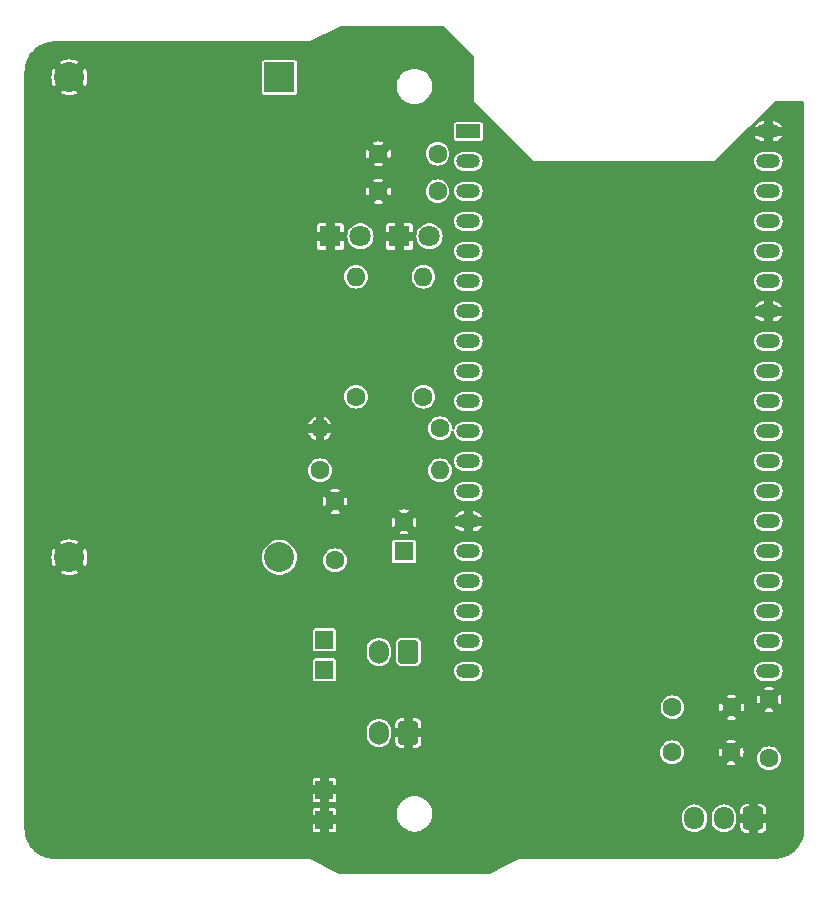
<source format=gbr>
G04 #@! TF.GenerationSoftware,KiCad,Pcbnew,7.0.9*
G04 #@! TF.CreationDate,2023-12-29T14:02:29-03:00*
G04 #@! TF.ProjectId,module,6d6f6475-6c65-42e6-9b69-6361645f7063,v2.2*
G04 #@! TF.SameCoordinates,Original*
G04 #@! TF.FileFunction,Copper,L2,Bot*
G04 #@! TF.FilePolarity,Positive*
%FSLAX46Y46*%
G04 Gerber Fmt 4.6, Leading zero omitted, Abs format (unit mm)*
G04 Created by KiCad (PCBNEW 7.0.9) date 2023-12-29 14:02:29*
%MOMM*%
%LPD*%
G01*
G04 APERTURE LIST*
G04 Aperture macros list*
%AMRoundRect*
0 Rectangle with rounded corners*
0 $1 Rounding radius*
0 $2 $3 $4 $5 $6 $7 $8 $9 X,Y pos of 4 corners*
0 Add a 4 corners polygon primitive as box body*
4,1,4,$2,$3,$4,$5,$6,$7,$8,$9,$2,$3,0*
0 Add four circle primitives for the rounded corners*
1,1,$1+$1,$2,$3*
1,1,$1+$1,$4,$5*
1,1,$1+$1,$6,$7*
1,1,$1+$1,$8,$9*
0 Add four rect primitives between the rounded corners*
20,1,$1+$1,$2,$3,$4,$5,0*
20,1,$1+$1,$4,$5,$6,$7,0*
20,1,$1+$1,$6,$7,$8,$9,0*
20,1,$1+$1,$8,$9,$2,$3,0*%
G04 Aperture macros list end*
G04 #@! TA.AperFunction,ComponentPad*
%ADD10R,2.540000X2.540000*%
G04 #@! TD*
G04 #@! TA.AperFunction,ComponentPad*
%ADD11C,2.540000*%
G04 #@! TD*
G04 #@! TA.AperFunction,ComponentPad*
%ADD12R,1.800000X1.800000*%
G04 #@! TD*
G04 #@! TA.AperFunction,ComponentPad*
%ADD13C,1.800000*%
G04 #@! TD*
G04 #@! TA.AperFunction,ComponentPad*
%ADD14R,2.000000X1.200000*%
G04 #@! TD*
G04 #@! TA.AperFunction,ComponentPad*
%ADD15O,2.000000X1.200000*%
G04 #@! TD*
G04 #@! TA.AperFunction,ComponentPad*
%ADD16C,1.600000*%
G04 #@! TD*
G04 #@! TA.AperFunction,ComponentPad*
%ADD17O,1.600000X1.600000*%
G04 #@! TD*
G04 #@! TA.AperFunction,ComponentPad*
%ADD18R,1.600000X1.600000*%
G04 #@! TD*
G04 #@! TA.AperFunction,ComponentPad*
%ADD19RoundRect,0.250000X0.600000X0.750000X-0.600000X0.750000X-0.600000X-0.750000X0.600000X-0.750000X0*%
G04 #@! TD*
G04 #@! TA.AperFunction,ComponentPad*
%ADD20O,1.700000X2.000000*%
G04 #@! TD*
G04 #@! TA.AperFunction,ComponentPad*
%ADD21RoundRect,0.250000X0.600000X0.725000X-0.600000X0.725000X-0.600000X-0.725000X0.600000X-0.725000X0*%
G04 #@! TD*
G04 #@! TA.AperFunction,ComponentPad*
%ADD22O,1.700000X1.950000*%
G04 #@! TD*
G04 #@! TA.AperFunction,ComponentPad*
%ADD23R,1.524000X1.524000*%
G04 #@! TD*
G04 #@! TA.AperFunction,ViaPad*
%ADD24C,0.800000*%
G04 #@! TD*
G04 APERTURE END LIST*
D10*
X138570000Y-49238000D03*
D11*
X120790000Y-49238000D03*
X120790000Y-89878000D03*
X138570000Y-89878000D03*
D12*
X148730000Y-62700000D03*
D13*
X151270000Y-62700000D03*
D14*
X154572000Y-53810000D03*
D15*
X154572000Y-56350000D03*
X154572000Y-58890000D03*
X154572000Y-61430000D03*
X154572000Y-63970000D03*
X154572000Y-66510000D03*
X154572000Y-69050000D03*
X154572000Y-71590000D03*
X154572000Y-74130000D03*
X154572000Y-76670000D03*
X154572000Y-79210000D03*
X154572000Y-81750000D03*
X154572000Y-84290000D03*
X154572000Y-86830000D03*
X154572000Y-89370000D03*
X154572000Y-91910000D03*
X154572000Y-94450000D03*
X154572000Y-96990000D03*
X154572000Y-99530000D03*
X179968320Y-99527280D03*
X179968320Y-96987280D03*
X179972000Y-94450000D03*
X179972000Y-91910000D03*
X179972000Y-89370000D03*
X179972000Y-86830000D03*
X179972000Y-84290000D03*
X179972000Y-81750000D03*
X179972000Y-79210000D03*
X179972000Y-76670000D03*
X179972000Y-74130000D03*
X179972000Y-71590000D03*
X179972000Y-69050000D03*
X179972000Y-66510000D03*
X179972000Y-63970000D03*
X179972000Y-61430000D03*
X179972000Y-58890000D03*
X179972000Y-56350000D03*
X179972000Y-53810000D03*
D16*
X152159000Y-78956000D03*
D17*
X141999000Y-78956000D03*
D16*
X145047000Y-76289000D03*
D17*
X145047000Y-66129000D03*
D18*
X149111000Y-89370000D03*
D16*
X149111000Y-86870000D03*
X141999000Y-82512000D03*
D17*
X152159000Y-82512000D03*
D19*
X149492000Y-97879000D03*
D20*
X146992000Y-97879000D03*
D21*
X178702000Y-111976000D03*
D22*
X176202000Y-111976000D03*
X173702000Y-111976000D03*
D16*
X143269000Y-90132000D03*
X143269000Y-85132000D03*
D23*
X142380000Y-96863000D03*
X142380000Y-99403000D03*
X142380000Y-109563000D03*
X142380000Y-112103000D03*
D16*
X171844000Y-102578000D03*
X176844000Y-102578000D03*
X151952000Y-58890000D03*
X146952000Y-58890000D03*
X150762000Y-76289000D03*
D17*
X150762000Y-66129000D03*
D19*
X149492000Y-104737000D03*
D20*
X146992000Y-104737000D03*
D16*
X171804000Y-106388000D03*
X176804000Y-106388000D03*
X180019000Y-106896000D03*
X180019000Y-101896000D03*
X151952000Y-55715000D03*
X146952000Y-55715000D03*
D12*
X142888000Y-62700000D03*
D13*
X145428000Y-62700000D03*
D24*
X152540000Y-109690000D03*
X165240000Y-112230000D03*
X128410000Y-104610000D03*
X182004000Y-62700000D03*
X172860000Y-63970000D03*
X128410000Y-48730000D03*
X175908000Y-56604000D03*
X132220000Y-46952000D03*
X136030000Y-56350000D03*
X167780000Y-63970000D03*
X143650000Y-58890000D03*
X170320000Y-61430000D03*
X150000000Y-107150000D03*
X133490000Y-79210000D03*
X160160000Y-107150000D03*
X167780000Y-89370000D03*
X142380000Y-46444000D03*
X130950000Y-96990000D03*
X136030000Y-112230000D03*
X162700000Y-94450000D03*
X171590000Y-114516000D03*
X128410000Y-109690000D03*
X141110000Y-51270000D03*
X175400000Y-86830000D03*
X174130000Y-114516000D03*
X120790000Y-71590000D03*
X137300000Y-46952000D03*
X150000000Y-45682000D03*
X160160000Y-71590000D03*
X170320000Y-86830000D03*
X117742000Y-52540000D03*
X128410000Y-79210000D03*
X167780000Y-94450000D03*
X170320000Y-107150000D03*
X117742000Y-77940000D03*
X119012000Y-47460000D03*
X120790000Y-61430000D03*
X138570000Y-63970000D03*
X182004000Y-70320000D03*
X172860000Y-69050000D03*
X123330000Y-104610000D03*
X123330000Y-89370000D03*
X136030000Y-114516000D03*
X123330000Y-58890000D03*
X125870000Y-96990000D03*
X117742000Y-83020000D03*
X117742000Y-80480000D03*
X125870000Y-86830000D03*
X120790000Y-86830000D03*
X172860000Y-94450000D03*
X138570000Y-79210000D03*
X136030000Y-91910000D03*
X128410000Y-74130000D03*
X182004000Y-57620000D03*
X117742000Y-60160000D03*
X182004000Y-83020000D03*
X172860000Y-99530000D03*
X148730000Y-69050000D03*
X146494800Y-76670000D03*
X170320000Y-81750000D03*
X125870000Y-51270000D03*
X181496000Y-113754000D03*
X120790000Y-76670000D03*
X136030000Y-102070000D03*
X172860000Y-89370000D03*
X125870000Y-71590000D03*
X123330000Y-84290000D03*
X128410000Y-69050000D03*
X122060000Y-46952000D03*
X141110000Y-66510000D03*
X169050000Y-114516000D03*
X128410000Y-99530000D03*
X155080000Y-107150000D03*
X117742000Y-50000000D03*
X172860000Y-74130000D03*
X117742000Y-90640000D03*
X157620000Y-109690000D03*
X123330000Y-48730000D03*
X133490000Y-114516000D03*
X123330000Y-109690000D03*
X175400000Y-91910000D03*
X130950000Y-51270000D03*
X143650000Y-69050000D03*
X157620000Y-63970000D03*
X165240000Y-96990000D03*
X157620000Y-89370000D03*
X140983000Y-112230000D03*
X177940000Y-94450000D03*
X146190000Y-112230000D03*
X170828000Y-57112000D03*
X170320000Y-76670000D03*
X162700000Y-89370000D03*
X165240000Y-76670000D03*
X133490000Y-104610000D03*
X156350000Y-53810000D03*
X136030000Y-76670000D03*
X141110000Y-91910000D03*
X133490000Y-48730000D03*
X130950000Y-107150000D03*
X161430000Y-114516000D03*
X138570000Y-99530000D03*
X152540000Y-104610000D03*
X165240000Y-81750000D03*
X155080000Y-102070000D03*
X177940000Y-99530000D03*
X148730000Y-84290000D03*
X133490000Y-74130000D03*
X158890000Y-56350000D03*
X117742000Y-88100000D03*
X182004000Y-55080000D03*
X182004000Y-80480000D03*
X182004000Y-77940000D03*
X175400000Y-96990000D03*
X175400000Y-71590000D03*
X160160000Y-102070000D03*
X177686000Y-54826000D03*
X175400000Y-76670000D03*
X176670000Y-114516000D03*
X162700000Y-84290000D03*
X125870000Y-56350000D03*
X157620000Y-104610000D03*
X133490000Y-99530000D03*
X167780000Y-104610000D03*
X182004000Y-110960000D03*
X133490000Y-63970000D03*
X120790000Y-107150000D03*
X156350000Y-115786000D03*
X170320000Y-71590000D03*
X143650000Y-79210000D03*
X170320000Y-96990000D03*
X168288000Y-57112000D03*
X117742000Y-103340000D03*
X154064000Y-48222000D03*
X182004000Y-93180000D03*
X128410000Y-114516000D03*
X117742000Y-72860000D03*
X130950000Y-61430000D03*
X146190000Y-115786000D03*
X163208000Y-57112000D03*
X124600000Y-46952000D03*
X120790000Y-96990000D03*
X157620000Y-69050000D03*
X120790000Y-112230000D03*
X127140000Y-46952000D03*
X117742000Y-105880000D03*
X167780000Y-79210000D03*
X117742000Y-93180000D03*
X165748000Y-57112000D03*
X125870000Y-61430000D03*
X177940000Y-63970000D03*
X167780000Y-58890000D03*
X147460000Y-99530000D03*
X143650000Y-74130000D03*
X136030000Y-71590000D03*
X141110000Y-107150000D03*
X133490000Y-94450000D03*
X138570000Y-109690000D03*
X182004000Y-67780000D03*
X162700000Y-104610000D03*
X128410000Y-94450000D03*
X133490000Y-53810000D03*
X160160000Y-81750000D03*
X136030000Y-51270000D03*
X160160000Y-76670000D03*
X158890000Y-114516000D03*
X144920000Y-45682000D03*
X120790000Y-51270000D03*
X146190000Y-91910000D03*
X123330000Y-94450000D03*
X125870000Y-81750000D03*
X117742000Y-95720000D03*
X167780000Y-99530000D03*
X130950000Y-56350000D03*
X175400000Y-61430000D03*
X177940000Y-58890000D03*
X162700000Y-79210000D03*
X148730000Y-58890000D03*
X123330000Y-74130000D03*
X177940000Y-69050000D03*
X117742000Y-75400000D03*
X117742000Y-100800000D03*
X157620000Y-84290000D03*
X120790000Y-102070000D03*
X141110000Y-56350000D03*
X148730000Y-115786000D03*
X167780000Y-84290000D03*
X117742000Y-62700000D03*
X152895600Y-84290000D03*
X182004000Y-105880000D03*
X123330000Y-53810000D03*
X120790000Y-56350000D03*
X162700000Y-58890000D03*
X182004000Y-75400000D03*
X167780000Y-69050000D03*
X120790000Y-81750000D03*
X133490000Y-89370000D03*
X129680000Y-46952000D03*
X157620000Y-74130000D03*
X170320000Y-66510000D03*
X117742000Y-65240000D03*
X163970000Y-114516000D03*
X117742000Y-110960000D03*
X182004000Y-90640000D03*
X138570000Y-69050000D03*
X172860000Y-79210000D03*
X172860000Y-84290000D03*
X167780000Y-74130000D03*
X162700000Y-63970000D03*
X151270000Y-71590000D03*
X160160000Y-91910000D03*
X181496000Y-52286000D03*
X150914400Y-81750000D03*
X150000000Y-102070000D03*
X182004000Y-98260000D03*
X117742000Y-85560000D03*
X117742000Y-55080000D03*
X125870000Y-91910000D03*
X117742000Y-57620000D03*
X165240000Y-66510000D03*
X141110000Y-86830000D03*
X123330000Y-79210000D03*
X136080800Y-61430000D03*
X125870000Y-66510000D03*
X165240000Y-102070000D03*
X147460000Y-45682000D03*
X138570000Y-58890000D03*
X150000000Y-56350000D03*
X160668000Y-57112000D03*
X123330000Y-69050000D03*
X143650000Y-53810000D03*
X153810000Y-115786000D03*
X120790000Y-91910000D03*
X162700000Y-99530000D03*
X139840000Y-46952000D03*
X160160000Y-96990000D03*
X165240000Y-61430000D03*
X173368000Y-57112000D03*
X148730000Y-79210000D03*
X125870000Y-114516000D03*
X148730000Y-53810000D03*
X154064000Y-50508000D03*
X152540000Y-46190000D03*
X120790000Y-66510000D03*
X133490000Y-109690000D03*
X130950000Y-102070000D03*
X123330000Y-63970000D03*
X123330000Y-114516000D03*
X182004000Y-88100000D03*
X182004000Y-85560000D03*
X170320000Y-102070000D03*
X141110000Y-71590000D03*
X143650000Y-115786000D03*
X125870000Y-107150000D03*
X167780000Y-109690000D03*
X175400000Y-81750000D03*
X182004000Y-65240000D03*
X130950000Y-114516000D03*
X157620000Y-55080000D03*
X182004000Y-95720000D03*
X133490000Y-58890000D03*
X160160000Y-66510000D03*
X182004000Y-60160000D03*
X170320000Y-112230000D03*
X125870000Y-76670000D03*
X117742000Y-108420000D03*
X182004000Y-72860000D03*
X141110000Y-76670000D03*
X133490000Y-69050000D03*
X160160000Y-61430000D03*
X162700000Y-69050000D03*
X128410000Y-63970000D03*
X172860000Y-58890000D03*
X146190000Y-109690000D03*
X155080000Y-112230000D03*
X141110000Y-114516000D03*
X165240000Y-91910000D03*
X128410000Y-89370000D03*
X146190000Y-81750000D03*
X136030000Y-96990000D03*
X177940000Y-84290000D03*
X144920000Y-102070000D03*
X136030000Y-81750000D03*
X148730000Y-74130000D03*
X138570000Y-74130000D03*
X136030000Y-86830000D03*
X160160000Y-86830000D03*
X128410000Y-53810000D03*
X118250000Y-113500000D03*
X177940000Y-89370000D03*
X125870000Y-102070000D03*
X162700000Y-109690000D03*
X165240000Y-107150000D03*
X151270000Y-115786000D03*
X177940000Y-74130000D03*
X160160000Y-112230000D03*
X136030000Y-66510000D03*
X166510000Y-114516000D03*
X123330000Y-99530000D03*
X130950000Y-91910000D03*
X157620000Y-94450000D03*
X146190000Y-71590000D03*
X138570000Y-84290000D03*
X182004000Y-100800000D03*
X154826000Y-52286000D03*
X157620000Y-99530000D03*
X182004000Y-103340000D03*
X143650000Y-48730000D03*
X165240000Y-71590000D03*
X138570000Y-104610000D03*
X162700000Y-74130000D03*
X120790000Y-114516000D03*
X128410000Y-84290000D03*
X133490000Y-84290000D03*
X138570000Y-114516000D03*
X146190000Y-51270000D03*
X130950000Y-112230000D03*
X179210000Y-114516000D03*
X128410000Y-58890000D03*
X136030000Y-107150000D03*
X182004000Y-108420000D03*
X117742000Y-70320000D03*
X170320000Y-91910000D03*
X117742000Y-98260000D03*
X175400000Y-66510000D03*
X157620000Y-79210000D03*
X165240000Y-86830000D03*
X125870000Y-112230000D03*
X117742000Y-67780000D03*
X141110000Y-61430000D03*
X134760000Y-46952000D03*
X157620000Y-58890000D03*
G04 #@! TA.AperFunction,Conductor*
G36*
X152556177Y-44940185D02*
G01*
X152576819Y-44956819D01*
X155043681Y-47423681D01*
X155077166Y-47485004D01*
X155080000Y-47511362D01*
X155080000Y-51270000D01*
X160160000Y-56350000D01*
X175400000Y-56350000D01*
X178766435Y-56350000D01*
X178786630Y-56529249D01*
X178786631Y-56529254D01*
X178846211Y-56699523D01*
X178942184Y-56852262D01*
X179069738Y-56979816D01*
X179222478Y-57075789D01*
X179392745Y-57135368D01*
X179392750Y-57135369D01*
X179483246Y-57145565D01*
X179527040Y-57150499D01*
X179527043Y-57150500D01*
X179527046Y-57150500D01*
X180416957Y-57150500D01*
X180416958Y-57150499D01*
X180484104Y-57142934D01*
X180551249Y-57135369D01*
X180551252Y-57135368D01*
X180551255Y-57135368D01*
X180721522Y-57075789D01*
X180874262Y-56979816D01*
X181001816Y-56852262D01*
X181097789Y-56699522D01*
X181157368Y-56529255D01*
X181177565Y-56350000D01*
X181168949Y-56273532D01*
X181157369Y-56170750D01*
X181157368Y-56170745D01*
X181097788Y-56000476D01*
X181001815Y-55847737D01*
X180874262Y-55720184D01*
X180721523Y-55624211D01*
X180551254Y-55564631D01*
X180551249Y-55564630D01*
X180416960Y-55549500D01*
X180416954Y-55549500D01*
X179527046Y-55549500D01*
X179527039Y-55549500D01*
X179392750Y-55564630D01*
X179392745Y-55564631D01*
X179222476Y-55624211D01*
X179069737Y-55720184D01*
X178942184Y-55847737D01*
X178846211Y-56000476D01*
X178786631Y-56170745D01*
X178786630Y-56170750D01*
X178766435Y-56349996D01*
X178766435Y-56350000D01*
X175400000Y-56350000D01*
X177565000Y-54185000D01*
X178808743Y-54185000D01*
X178864315Y-54289820D01*
X178864314Y-54289820D01*
X178984008Y-54430734D01*
X179131195Y-54542622D01*
X179298992Y-54620254D01*
X179298996Y-54620256D01*
X179479556Y-54659999D01*
X179479560Y-54660000D01*
X179597000Y-54660000D01*
X179597000Y-54185000D01*
X178808743Y-54185000D01*
X177565000Y-54185000D01*
X177940000Y-53810000D01*
X179567014Y-53810000D01*
X179586835Y-53935148D01*
X179644359Y-54048045D01*
X179733955Y-54137641D01*
X179846852Y-54195165D01*
X179940519Y-54210000D01*
X180003481Y-54210000D01*
X180097148Y-54195165D01*
X180117098Y-54185000D01*
X180347000Y-54185000D01*
X180347000Y-54660000D01*
X180418079Y-54660000D01*
X180418085Y-54659999D01*
X180555800Y-54645022D01*
X180555804Y-54645021D01*
X180731011Y-54585986D01*
X180889430Y-54490669D01*
X181023659Y-54363521D01*
X181127413Y-54210493D01*
X181127415Y-54210490D01*
X181137571Y-54185000D01*
X180347000Y-54185000D01*
X180117098Y-54185000D01*
X180210045Y-54137641D01*
X180299641Y-54048045D01*
X180357165Y-53935148D01*
X180376986Y-53810000D01*
X180357165Y-53684852D01*
X180299641Y-53571955D01*
X180210045Y-53482359D01*
X180097148Y-53424835D01*
X180003481Y-53410000D01*
X179940519Y-53410000D01*
X179846852Y-53424835D01*
X179733955Y-53482359D01*
X179644359Y-53571955D01*
X179586835Y-53684852D01*
X179567014Y-53810000D01*
X177940000Y-53810000D01*
X178315001Y-53434999D01*
X178806428Y-53434999D01*
X178806429Y-53435000D01*
X179597000Y-53435000D01*
X179597000Y-52960000D01*
X180347000Y-52960000D01*
X180347000Y-53435000D01*
X181135257Y-53435000D01*
X181135257Y-53434999D01*
X181079684Y-53330179D01*
X181079685Y-53330179D01*
X180959991Y-53189265D01*
X180812804Y-53077377D01*
X180645007Y-52999745D01*
X180645003Y-52999743D01*
X180464443Y-52960000D01*
X180347000Y-52960000D01*
X179597000Y-52960000D01*
X179525914Y-52960000D01*
X179388199Y-52974977D01*
X179388195Y-52974978D01*
X179212988Y-53034013D01*
X179054569Y-53129330D01*
X178920340Y-53256478D01*
X178816586Y-53409506D01*
X178816584Y-53409509D01*
X178806428Y-53434999D01*
X178315001Y-53434999D01*
X180443681Y-51306319D01*
X180505004Y-51272834D01*
X180531362Y-51270000D01*
X182895500Y-51270000D01*
X182962539Y-51289685D01*
X183008294Y-51342489D01*
X183019500Y-51394000D01*
X183019500Y-112863258D01*
X183019402Y-112866736D01*
X183013012Y-112980524D01*
X183002599Y-113152668D01*
X183001835Y-113159315D01*
X182978722Y-113295343D01*
X182951440Y-113444217D01*
X182950032Y-113450208D01*
X182910625Y-113587001D01*
X182866744Y-113727815D01*
X182864831Y-113733099D01*
X182809609Y-113866418D01*
X182749668Y-113999600D01*
X182747394Y-114004147D01*
X182677043Y-114131439D01*
X182601781Y-114255936D01*
X182599287Y-114259739D01*
X182515571Y-114377726D01*
X182513811Y-114380086D01*
X182425088Y-114493332D01*
X182422512Y-114496409D01*
X182325980Y-114604430D01*
X182323590Y-114606957D01*
X182221957Y-114708590D01*
X182219430Y-114710980D01*
X182111409Y-114807512D01*
X182108332Y-114810088D01*
X181995086Y-114898811D01*
X181992726Y-114900571D01*
X181874739Y-114984287D01*
X181870936Y-114986781D01*
X181746439Y-115062043D01*
X181619147Y-115132394D01*
X181614600Y-115134668D01*
X181481418Y-115194609D01*
X181348099Y-115249831D01*
X181342815Y-115251744D01*
X181225231Y-115288385D01*
X181201990Y-115295627D01*
X181065208Y-115335032D01*
X181059217Y-115336440D01*
X180910343Y-115363722D01*
X180774315Y-115386835D01*
X180767668Y-115387599D01*
X180595524Y-115398012D01*
X180481736Y-115404402D01*
X180478258Y-115404500D01*
X158910341Y-115404500D01*
X158903892Y-115403453D01*
X158892312Y-115404325D01*
X158890188Y-115404404D01*
X158889822Y-115404458D01*
X158887945Y-115405309D01*
X158877478Y-115409646D01*
X158872439Y-115413221D01*
X157624252Y-116037315D01*
X156376063Y-116661409D01*
X156320610Y-116674500D01*
X143679390Y-116674500D01*
X143623936Y-116661409D01*
X141128708Y-115413795D01*
X141123504Y-115410024D01*
X141112283Y-115405400D01*
X141110126Y-115404418D01*
X141110112Y-115404416D01*
X141107688Y-115404325D01*
X141096107Y-115403453D01*
X141089659Y-115404500D01*
X119521742Y-115404500D01*
X119518265Y-115404402D01*
X119404475Y-115398012D01*
X119232330Y-115387599D01*
X119225683Y-115386835D01*
X119089656Y-115363722D01*
X118940781Y-115336440D01*
X118934790Y-115335032D01*
X118798021Y-115295631D01*
X118730634Y-115274633D01*
X118657183Y-115251744D01*
X118651899Y-115249831D01*
X118518581Y-115194609D01*
X118385398Y-115134668D01*
X118380851Y-115132393D01*
X118253560Y-115062043D01*
X118129063Y-114986781D01*
X118125259Y-114984287D01*
X118007272Y-114900571D01*
X118004912Y-114898811D01*
X117891666Y-114810088D01*
X117888589Y-114807512D01*
X117780568Y-114710980D01*
X117778041Y-114708590D01*
X117676408Y-114606957D01*
X117674018Y-114604430D01*
X117577486Y-114496409D01*
X117574910Y-114493332D01*
X117560874Y-114475416D01*
X117486176Y-114380072D01*
X117484427Y-114377726D01*
X117400711Y-114259739D01*
X117398217Y-114255935D01*
X117322956Y-114131439D01*
X117252605Y-114004147D01*
X117250330Y-113999600D01*
X117190390Y-113866418D01*
X117135167Y-113733099D01*
X117133265Y-113727850D01*
X117089375Y-113587001D01*
X117049963Y-113450198D01*
X117048560Y-113444227D01*
X117038340Y-113388462D01*
X117021277Y-113295343D01*
X117005246Y-113200999D01*
X116998160Y-113159297D01*
X116997401Y-113152691D01*
X116986992Y-112980603D01*
X116981883Y-112889626D01*
X116980598Y-112866736D01*
X116980500Y-112863259D01*
X116980500Y-112478000D01*
X141368000Y-112478000D01*
X141368000Y-112889628D01*
X141382503Y-112962540D01*
X141382505Y-112962544D01*
X141437760Y-113045239D01*
X141520455Y-113100494D01*
X141520459Y-113100496D01*
X141593371Y-113114999D01*
X141593374Y-113115000D01*
X142005000Y-113115000D01*
X142005000Y-112478000D01*
X141368000Y-112478000D01*
X116980500Y-112478000D01*
X116980500Y-112134898D01*
X141995051Y-112134898D01*
X142026266Y-112258162D01*
X142095813Y-112364612D01*
X142196157Y-112442713D01*
X142316422Y-112484000D01*
X142411569Y-112484000D01*
X142447525Y-112478000D01*
X142755000Y-112478000D01*
X142755000Y-113115000D01*
X143166626Y-113115000D01*
X143166628Y-113114999D01*
X143239540Y-113100496D01*
X143239544Y-113100494D01*
X143322239Y-113045239D01*
X143377494Y-112962544D01*
X143377496Y-112962540D01*
X143391999Y-112889628D01*
X143392000Y-112889626D01*
X143392000Y-112478000D01*
X142755000Y-112478000D01*
X142447525Y-112478000D01*
X142505421Y-112468339D01*
X142617251Y-112407820D01*
X142703371Y-112314269D01*
X142754448Y-112197823D01*
X142764949Y-112071102D01*
X142733734Y-111947838D01*
X142664187Y-111841388D01*
X142563843Y-111763287D01*
X142443578Y-111722000D01*
X142348431Y-111722000D01*
X142254579Y-111737661D01*
X142142749Y-111798180D01*
X142056629Y-111891731D01*
X142005552Y-112008177D01*
X141995051Y-112134898D01*
X116980500Y-112134898D01*
X116980500Y-111728000D01*
X141368000Y-111728000D01*
X142005000Y-111728000D01*
X142005000Y-111091000D01*
X142755000Y-111091000D01*
X142755000Y-111728000D01*
X143392000Y-111728000D01*
X143392000Y-111719334D01*
X148499500Y-111719334D01*
X148540429Y-111964616D01*
X148621169Y-112199802D01*
X148621172Y-112199811D01*
X148683114Y-112314269D01*
X148739526Y-112418509D01*
X148892262Y-112614744D01*
X149037915Y-112748827D01*
X149075217Y-112783166D01*
X149283393Y-112919173D01*
X149511118Y-113019063D01*
X149614485Y-113045239D01*
X149752179Y-113080108D01*
X149752181Y-113080108D01*
X149752186Y-113080109D01*
X149885376Y-113091145D01*
X149937933Y-113095500D01*
X149937935Y-113095500D01*
X150062065Y-113095500D01*
X150062067Y-113095500D01*
X150123284Y-113090427D01*
X150247813Y-113080109D01*
X150247816Y-113080108D01*
X150247821Y-113080108D01*
X150488881Y-113019063D01*
X150716607Y-112919173D01*
X150924785Y-112783164D01*
X151107738Y-112614744D01*
X151260474Y-112418509D01*
X151378828Y-112199810D01*
X151395034Y-112152604D01*
X172651500Y-112152604D01*
X172666699Y-112306932D01*
X172696734Y-112405944D01*
X172726768Y-112504954D01*
X172824315Y-112687450D01*
X172824317Y-112687452D01*
X172955589Y-112847410D01*
X173007033Y-112889628D01*
X173115550Y-112978685D01*
X173298046Y-113076232D01*
X173496066Y-113136300D01*
X173496065Y-113136300D01*
X173514529Y-113138118D01*
X173702000Y-113156583D01*
X173907934Y-113136300D01*
X174105954Y-113076232D01*
X174288450Y-112978685D01*
X174448410Y-112847410D01*
X174579685Y-112687450D01*
X174677232Y-112504954D01*
X174737300Y-112306934D01*
X174752500Y-112152608D01*
X174752500Y-112152604D01*
X175151500Y-112152604D01*
X175166699Y-112306932D01*
X175196734Y-112405944D01*
X175226768Y-112504954D01*
X175324315Y-112687450D01*
X175324317Y-112687452D01*
X175455589Y-112847410D01*
X175507033Y-112889628D01*
X175615550Y-112978685D01*
X175798046Y-113076232D01*
X175996066Y-113136300D01*
X175996065Y-113136300D01*
X176014529Y-113138118D01*
X176202000Y-113156583D01*
X176407934Y-113136300D01*
X176605954Y-113076232D01*
X176788450Y-112978685D01*
X176948410Y-112847410D01*
X177079685Y-112687450D01*
X177177232Y-112504954D01*
X177223933Y-112351000D01*
X177602000Y-112351000D01*
X177602000Y-112748844D01*
X177608401Y-112808372D01*
X177608403Y-112808379D01*
X177658645Y-112943086D01*
X177658649Y-112943093D01*
X177744809Y-113058187D01*
X177744812Y-113058190D01*
X177859906Y-113144350D01*
X177859913Y-113144354D01*
X177994620Y-113194596D01*
X177994627Y-113194598D01*
X178054155Y-113200999D01*
X178054172Y-113201000D01*
X178327000Y-113201000D01*
X178327000Y-112351000D01*
X177602000Y-112351000D01*
X177223933Y-112351000D01*
X177237300Y-112306934D01*
X177252500Y-112152608D01*
X177252500Y-112044295D01*
X178227000Y-112044295D01*
X178265481Y-112175351D01*
X178339327Y-112290258D01*
X178442555Y-112379705D01*
X178566801Y-112436446D01*
X178668025Y-112451000D01*
X178735975Y-112451000D01*
X178837199Y-112436446D01*
X178961445Y-112379705D01*
X178994573Y-112351000D01*
X179077000Y-112351000D01*
X179077000Y-113201000D01*
X179349828Y-113201000D01*
X179349844Y-113200999D01*
X179409372Y-113194598D01*
X179409379Y-113194596D01*
X179544086Y-113144354D01*
X179544093Y-113144350D01*
X179659187Y-113058190D01*
X179659190Y-113058187D01*
X179745350Y-112943093D01*
X179745354Y-112943086D01*
X179795596Y-112808379D01*
X179795598Y-112808372D01*
X179801999Y-112748844D01*
X179802000Y-112748827D01*
X179802000Y-112351000D01*
X179077000Y-112351000D01*
X178994573Y-112351000D01*
X179064673Y-112290258D01*
X179138519Y-112175351D01*
X179177000Y-112044295D01*
X179177000Y-111907705D01*
X179138519Y-111776649D01*
X179064673Y-111661742D01*
X178961445Y-111572295D01*
X178837199Y-111515554D01*
X178735975Y-111501000D01*
X178668025Y-111501000D01*
X178566801Y-111515554D01*
X178442555Y-111572295D01*
X178339327Y-111661742D01*
X178265481Y-111776649D01*
X178227000Y-111907705D01*
X178227000Y-112044295D01*
X177252500Y-112044295D01*
X177252500Y-111799392D01*
X177237300Y-111645066D01*
X177223933Y-111601000D01*
X177602000Y-111601000D01*
X178327000Y-111601000D01*
X178327000Y-110751000D01*
X179077000Y-110751000D01*
X179077000Y-111601000D01*
X179802000Y-111601000D01*
X179802000Y-111203172D01*
X179801999Y-111203155D01*
X179795598Y-111143627D01*
X179795596Y-111143620D01*
X179745354Y-111008913D01*
X179745350Y-111008906D01*
X179659190Y-110893812D01*
X179659187Y-110893809D01*
X179544093Y-110807649D01*
X179544086Y-110807645D01*
X179409379Y-110757403D01*
X179409372Y-110757401D01*
X179349844Y-110751000D01*
X179077000Y-110751000D01*
X178327000Y-110751000D01*
X178054155Y-110751000D01*
X177994627Y-110757401D01*
X177994620Y-110757403D01*
X177859913Y-110807645D01*
X177859906Y-110807649D01*
X177744812Y-110893809D01*
X177744809Y-110893812D01*
X177658649Y-111008906D01*
X177658645Y-111008913D01*
X177608403Y-111143620D01*
X177608401Y-111143627D01*
X177602000Y-111203155D01*
X177602000Y-111601000D01*
X177223933Y-111601000D01*
X177177232Y-111447046D01*
X177079685Y-111264550D01*
X177027702Y-111201209D01*
X176948410Y-111104589D01*
X176788452Y-110973317D01*
X176788453Y-110973317D01*
X176788450Y-110973315D01*
X176605954Y-110875768D01*
X176407934Y-110815700D01*
X176407932Y-110815699D01*
X176407934Y-110815699D01*
X176202000Y-110795417D01*
X175996067Y-110815699D01*
X175798043Y-110875769D01*
X175764288Y-110893812D01*
X175615550Y-110973315D01*
X175615548Y-110973316D01*
X175615547Y-110973317D01*
X175455589Y-111104589D01*
X175324317Y-111264547D01*
X175226769Y-111447043D01*
X175166699Y-111645067D01*
X175157580Y-111737661D01*
X175151620Y-111798180D01*
X175151500Y-111799395D01*
X175151500Y-112152604D01*
X174752500Y-112152604D01*
X174752500Y-111799392D01*
X174737300Y-111645066D01*
X174677232Y-111447046D01*
X174579685Y-111264550D01*
X174527702Y-111201209D01*
X174448410Y-111104589D01*
X174288452Y-110973317D01*
X174288453Y-110973317D01*
X174288450Y-110973315D01*
X174105954Y-110875768D01*
X173907934Y-110815700D01*
X173907932Y-110815699D01*
X173907934Y-110815699D01*
X173702000Y-110795417D01*
X173496067Y-110815699D01*
X173298043Y-110875769D01*
X173264288Y-110893812D01*
X173115550Y-110973315D01*
X173115548Y-110973316D01*
X173115547Y-110973317D01*
X172955589Y-111104589D01*
X172824317Y-111264547D01*
X172726769Y-111447043D01*
X172666699Y-111645067D01*
X172657580Y-111737661D01*
X172651620Y-111798180D01*
X172651500Y-111799395D01*
X172651500Y-112152604D01*
X151395034Y-112152604D01*
X151459571Y-111964614D01*
X151500500Y-111719335D01*
X151500500Y-111470665D01*
X151459571Y-111225386D01*
X151378828Y-110990190D01*
X151260474Y-110771491D01*
X151107738Y-110575256D01*
X150959991Y-110439245D01*
X150924782Y-110406833D01*
X150716606Y-110270826D01*
X150488881Y-110170936D01*
X150247824Y-110109892D01*
X150247813Y-110109890D01*
X150082548Y-110096197D01*
X150062067Y-110094500D01*
X149937933Y-110094500D01*
X149918521Y-110096108D01*
X149752186Y-110109890D01*
X149752175Y-110109892D01*
X149511118Y-110170936D01*
X149283393Y-110270826D01*
X149075217Y-110406833D01*
X148892261Y-110575257D01*
X148739524Y-110771493D01*
X148621172Y-110990188D01*
X148621169Y-110990197D01*
X148540429Y-111225383D01*
X148499500Y-111470665D01*
X148499500Y-111719334D01*
X143392000Y-111719334D01*
X143392000Y-111316373D01*
X143391999Y-111316371D01*
X143377496Y-111243459D01*
X143377494Y-111243455D01*
X143322239Y-111160760D01*
X143239544Y-111105505D01*
X143239540Y-111105503D01*
X143166627Y-111091000D01*
X142755000Y-111091000D01*
X142005000Y-111091000D01*
X141593373Y-111091000D01*
X141520459Y-111105503D01*
X141520455Y-111105505D01*
X141437760Y-111160760D01*
X141382505Y-111243455D01*
X141382503Y-111243459D01*
X141368000Y-111316371D01*
X141368000Y-111728000D01*
X116980500Y-111728000D01*
X116980500Y-109938000D01*
X141368000Y-109938000D01*
X141368000Y-110349628D01*
X141382503Y-110422540D01*
X141382505Y-110422544D01*
X141437760Y-110505239D01*
X141520455Y-110560494D01*
X141520459Y-110560496D01*
X141593371Y-110574999D01*
X141593374Y-110575000D01*
X142005000Y-110575000D01*
X142005000Y-109938000D01*
X141368000Y-109938000D01*
X116980500Y-109938000D01*
X116980500Y-109594898D01*
X141995051Y-109594898D01*
X142026266Y-109718162D01*
X142095813Y-109824612D01*
X142196157Y-109902713D01*
X142316422Y-109944000D01*
X142411569Y-109944000D01*
X142447525Y-109938000D01*
X142755000Y-109938000D01*
X142755000Y-110575000D01*
X143166626Y-110575000D01*
X143166628Y-110574999D01*
X143239540Y-110560496D01*
X143239544Y-110560494D01*
X143322239Y-110505239D01*
X143377494Y-110422544D01*
X143377496Y-110422540D01*
X143391999Y-110349628D01*
X143392000Y-110349626D01*
X143392000Y-109938000D01*
X142755000Y-109938000D01*
X142447525Y-109938000D01*
X142505421Y-109928339D01*
X142617251Y-109867820D01*
X142703371Y-109774269D01*
X142754448Y-109657823D01*
X142764949Y-109531102D01*
X142733734Y-109407838D01*
X142664187Y-109301388D01*
X142563843Y-109223287D01*
X142443578Y-109182000D01*
X142348431Y-109182000D01*
X142254579Y-109197661D01*
X142142749Y-109258180D01*
X142056629Y-109351731D01*
X142005552Y-109468177D01*
X141995051Y-109594898D01*
X116980500Y-109594898D01*
X116980500Y-109188000D01*
X141368000Y-109188000D01*
X142005000Y-109188000D01*
X142005000Y-108551000D01*
X142755000Y-108551000D01*
X142755000Y-109188000D01*
X143392000Y-109188000D01*
X143392000Y-108776373D01*
X143391999Y-108776371D01*
X143377496Y-108703459D01*
X143377494Y-108703455D01*
X143322239Y-108620760D01*
X143239544Y-108565505D01*
X143239540Y-108565503D01*
X143166627Y-108551000D01*
X142755000Y-108551000D01*
X142005000Y-108551000D01*
X141593373Y-108551000D01*
X141520459Y-108565503D01*
X141520455Y-108565505D01*
X141437760Y-108620760D01*
X141382505Y-108703455D01*
X141382503Y-108703459D01*
X141368000Y-108776371D01*
X141368000Y-109188000D01*
X116980500Y-109188000D01*
X116980500Y-106388000D01*
X170798659Y-106388000D01*
X170817975Y-106584129D01*
X170875188Y-106772733D01*
X170968086Y-106946532D01*
X170968090Y-106946539D01*
X171093116Y-107098883D01*
X171245460Y-107223909D01*
X171245467Y-107223913D01*
X171419266Y-107316811D01*
X171419269Y-107316811D01*
X171419273Y-107316814D01*
X171607868Y-107374024D01*
X171804000Y-107393341D01*
X172000132Y-107374024D01*
X172083947Y-107348599D01*
X176373729Y-107348599D01*
X176400235Y-107362766D01*
X176598165Y-107422808D01*
X176804000Y-107443080D01*
X177009834Y-107422808D01*
X177207763Y-107362767D01*
X177234268Y-107348598D01*
X177234269Y-107348598D01*
X176804001Y-106918330D01*
X176804000Y-106918330D01*
X176373729Y-107348599D01*
X172083947Y-107348599D01*
X172188727Y-107316814D01*
X172362538Y-107223910D01*
X172514883Y-107098883D01*
X172639910Y-106946538D01*
X172666923Y-106896000D01*
X179013659Y-106896000D01*
X179032975Y-107092129D01*
X179090188Y-107280733D01*
X179183086Y-107454532D01*
X179183090Y-107454539D01*
X179308116Y-107606883D01*
X179460460Y-107731909D01*
X179460467Y-107731913D01*
X179634266Y-107824811D01*
X179634269Y-107824811D01*
X179634273Y-107824814D01*
X179822868Y-107882024D01*
X180019000Y-107901341D01*
X180215132Y-107882024D01*
X180403727Y-107824814D01*
X180577538Y-107731910D01*
X180729883Y-107606883D01*
X180854910Y-107454538D01*
X180947814Y-107280727D01*
X181005024Y-107092132D01*
X181024341Y-106896000D01*
X181005024Y-106699868D01*
X180947814Y-106511273D01*
X180947811Y-106511269D01*
X180947811Y-106511266D01*
X180854913Y-106337467D01*
X180854909Y-106337460D01*
X180729883Y-106185116D01*
X180577539Y-106060090D01*
X180577532Y-106060086D01*
X180403733Y-105967188D01*
X180403727Y-105967186D01*
X180215132Y-105909976D01*
X180215129Y-105909975D01*
X180019000Y-105890659D01*
X179822870Y-105909975D01*
X179634266Y-105967188D01*
X179460467Y-106060086D01*
X179460460Y-106060090D01*
X179308116Y-106185116D01*
X179183090Y-106337460D01*
X179183086Y-106337467D01*
X179090188Y-106511266D01*
X179032975Y-106699870D01*
X179013659Y-106896000D01*
X172666923Y-106896000D01*
X172722639Y-106791763D01*
X172732811Y-106772733D01*
X172732811Y-106772732D01*
X172732814Y-106772727D01*
X172790024Y-106584132D01*
X172809341Y-106388000D01*
X175748919Y-106388000D01*
X175769191Y-106593833D01*
X175829234Y-106791765D01*
X175843400Y-106818268D01*
X175843401Y-106818269D01*
X176273670Y-106388000D01*
X176399014Y-106388000D01*
X176418835Y-106513148D01*
X176476359Y-106626045D01*
X176565955Y-106715641D01*
X176678852Y-106773165D01*
X176772519Y-106788000D01*
X176835481Y-106788000D01*
X176929148Y-106773165D01*
X177042045Y-106715641D01*
X177131641Y-106626045D01*
X177189165Y-106513148D01*
X177208986Y-106388001D01*
X177334330Y-106388001D01*
X177764598Y-106818269D01*
X177764598Y-106818268D01*
X177778767Y-106791763D01*
X177838808Y-106593834D01*
X177859080Y-106388000D01*
X177838808Y-106182165D01*
X177778766Y-105984235D01*
X177764599Y-105957730D01*
X177334330Y-106387999D01*
X177334330Y-106388001D01*
X177208986Y-106388001D01*
X177208986Y-106388000D01*
X177189165Y-106262852D01*
X177131641Y-106149955D01*
X177042045Y-106060359D01*
X176929148Y-106002835D01*
X176835481Y-105988000D01*
X176772519Y-105988000D01*
X176678852Y-106002835D01*
X176565955Y-106060359D01*
X176476359Y-106149955D01*
X176418835Y-106262852D01*
X176399014Y-106388000D01*
X176273670Y-106388000D01*
X176273670Y-106387999D01*
X175843401Y-105957730D01*
X175843400Y-105957730D01*
X175829231Y-105984239D01*
X175769191Y-106182165D01*
X175748919Y-106388000D01*
X172809341Y-106388000D01*
X172790024Y-106191868D01*
X172732814Y-106003273D01*
X172732811Y-106003269D01*
X172732811Y-106003266D01*
X172639913Y-105829467D01*
X172639909Y-105829460D01*
X172514883Y-105677116D01*
X172362539Y-105552090D01*
X172362532Y-105552086D01*
X172188733Y-105459188D01*
X172188727Y-105459186D01*
X172083947Y-105427401D01*
X176373730Y-105427401D01*
X176804000Y-105857670D01*
X176804001Y-105857670D01*
X177234269Y-105427401D01*
X177234268Y-105427400D01*
X177207765Y-105413234D01*
X177009833Y-105353191D01*
X176804000Y-105332919D01*
X176598165Y-105353191D01*
X176400239Y-105413231D01*
X176373730Y-105427400D01*
X176373730Y-105427401D01*
X172083947Y-105427401D01*
X172062997Y-105421046D01*
X172000129Y-105401975D01*
X171804000Y-105382659D01*
X171607870Y-105401975D01*
X171419266Y-105459188D01*
X171245467Y-105552086D01*
X171245460Y-105552090D01*
X171093116Y-105677116D01*
X170968090Y-105829460D01*
X170968086Y-105829467D01*
X170875188Y-106003266D01*
X170817975Y-106191870D01*
X170798659Y-106388000D01*
X116980500Y-106388000D01*
X116980500Y-104938608D01*
X145941500Y-104938608D01*
X145946502Y-104989398D01*
X145956699Y-105092932D01*
X145977636Y-105161952D01*
X146016768Y-105290954D01*
X146114315Y-105473450D01*
X146114317Y-105473452D01*
X146245589Y-105633410D01*
X146298846Y-105677116D01*
X146405550Y-105764685D01*
X146588046Y-105862232D01*
X146786066Y-105922300D01*
X146786065Y-105922300D01*
X146804529Y-105924118D01*
X146992000Y-105942583D01*
X147197934Y-105922300D01*
X147395954Y-105862232D01*
X147578450Y-105764685D01*
X147738410Y-105633410D01*
X147869685Y-105473450D01*
X147967232Y-105290954D01*
X148021516Y-105112000D01*
X148392000Y-105112000D01*
X148392000Y-105534844D01*
X148398401Y-105594372D01*
X148398403Y-105594379D01*
X148448645Y-105729086D01*
X148448649Y-105729093D01*
X148534809Y-105844187D01*
X148534812Y-105844190D01*
X148649906Y-105930350D01*
X148649913Y-105930354D01*
X148784620Y-105980596D01*
X148784627Y-105980598D01*
X148844155Y-105986999D01*
X148844172Y-105987000D01*
X149117000Y-105987000D01*
X149117000Y-105112000D01*
X148392000Y-105112000D01*
X148021516Y-105112000D01*
X148027300Y-105092934D01*
X148042500Y-104938608D01*
X148042500Y-104808889D01*
X148992000Y-104808889D01*
X149032507Y-104946844D01*
X149110239Y-105067798D01*
X149218900Y-105161952D01*
X149349685Y-105221680D01*
X149456237Y-105237000D01*
X149527763Y-105237000D01*
X149634315Y-105221680D01*
X149765100Y-105161952D01*
X149822748Y-105112000D01*
X149867000Y-105112000D01*
X149867000Y-105987000D01*
X150139828Y-105987000D01*
X150139844Y-105986999D01*
X150199372Y-105980598D01*
X150199379Y-105980596D01*
X150334086Y-105930354D01*
X150334093Y-105930350D01*
X150449187Y-105844190D01*
X150449190Y-105844187D01*
X150535350Y-105729093D01*
X150535354Y-105729086D01*
X150585596Y-105594379D01*
X150585598Y-105594372D01*
X150591999Y-105534844D01*
X150592000Y-105534827D01*
X150592000Y-105112000D01*
X149867000Y-105112000D01*
X149822748Y-105112000D01*
X149873761Y-105067798D01*
X149951493Y-104946844D01*
X149992000Y-104808889D01*
X149992000Y-104665111D01*
X149951493Y-104527156D01*
X149873761Y-104406202D01*
X149765100Y-104312048D01*
X149634315Y-104252320D01*
X149527763Y-104237000D01*
X149456237Y-104237000D01*
X149349685Y-104252320D01*
X149218900Y-104312048D01*
X149110239Y-104406202D01*
X149032507Y-104527156D01*
X148992000Y-104665111D01*
X148992000Y-104808889D01*
X148042500Y-104808889D01*
X148042500Y-104535392D01*
X148027300Y-104381066D01*
X148021516Y-104362000D01*
X148392000Y-104362000D01*
X149117000Y-104362000D01*
X149117000Y-103487000D01*
X149867000Y-103487000D01*
X149867000Y-104362000D01*
X150592000Y-104362000D01*
X150592000Y-103939172D01*
X150591999Y-103939155D01*
X150585598Y-103879627D01*
X150585596Y-103879620D01*
X150535354Y-103744913D01*
X150535350Y-103744906D01*
X150449190Y-103629812D01*
X150449187Y-103629809D01*
X150334093Y-103543649D01*
X150334086Y-103543645D01*
X150199379Y-103493403D01*
X150199372Y-103493401D01*
X150139844Y-103487000D01*
X149867000Y-103487000D01*
X149117000Y-103487000D01*
X148844155Y-103487000D01*
X148784627Y-103493401D01*
X148784620Y-103493403D01*
X148649913Y-103543645D01*
X148649906Y-103543649D01*
X148534812Y-103629809D01*
X148534809Y-103629812D01*
X148448649Y-103744906D01*
X148448645Y-103744913D01*
X148398403Y-103879620D01*
X148398401Y-103879627D01*
X148392000Y-103939155D01*
X148392000Y-104362000D01*
X148021516Y-104362000D01*
X147967232Y-104183046D01*
X147869685Y-104000550D01*
X147770441Y-103879620D01*
X147738410Y-103840589D01*
X147578452Y-103709317D01*
X147578453Y-103709317D01*
X147578450Y-103709315D01*
X147395954Y-103611768D01*
X147197934Y-103551700D01*
X147197932Y-103551699D01*
X147197934Y-103551699D01*
X146992000Y-103531417D01*
X146786067Y-103551699D01*
X146588043Y-103611769D01*
X146554288Y-103629812D01*
X146405550Y-103709315D01*
X146405548Y-103709316D01*
X146405547Y-103709317D01*
X146245589Y-103840589D01*
X146114317Y-104000547D01*
X146016769Y-104183043D01*
X145956699Y-104381067D01*
X145954224Y-104406202D01*
X145941500Y-104535392D01*
X145941500Y-104938608D01*
X116980500Y-104938608D01*
X116980500Y-102578000D01*
X170838659Y-102578000D01*
X170857975Y-102774129D01*
X170857976Y-102774132D01*
X170905503Y-102930808D01*
X170915188Y-102962733D01*
X171008086Y-103136532D01*
X171008090Y-103136539D01*
X171133116Y-103288883D01*
X171285460Y-103413909D01*
X171285467Y-103413913D01*
X171459266Y-103506811D01*
X171459269Y-103506811D01*
X171459273Y-103506814D01*
X171647868Y-103564024D01*
X171844000Y-103583341D01*
X172040132Y-103564024D01*
X172123947Y-103538599D01*
X176413729Y-103538599D01*
X176440235Y-103552766D01*
X176638165Y-103612808D01*
X176844000Y-103633080D01*
X177049834Y-103612808D01*
X177247763Y-103552767D01*
X177274268Y-103538598D01*
X177274269Y-103538598D01*
X176844001Y-103108330D01*
X176844000Y-103108330D01*
X176413729Y-103538599D01*
X172123947Y-103538599D01*
X172228727Y-103506814D01*
X172265797Y-103487000D01*
X172402532Y-103413913D01*
X172402538Y-103413910D01*
X172554883Y-103288883D01*
X172679910Y-103136538D01*
X172762639Y-102981763D01*
X172772811Y-102962733D01*
X172772811Y-102962732D01*
X172772814Y-102962727D01*
X172830024Y-102774132D01*
X172849341Y-102578000D01*
X175788919Y-102578000D01*
X175809191Y-102783833D01*
X175869234Y-102981765D01*
X175883400Y-103008268D01*
X175883401Y-103008269D01*
X176313670Y-102578000D01*
X176439014Y-102578000D01*
X176458835Y-102703148D01*
X176516359Y-102816045D01*
X176605955Y-102905641D01*
X176718852Y-102963165D01*
X176812519Y-102978000D01*
X176875481Y-102978000D01*
X176969148Y-102963165D01*
X177082045Y-102905641D01*
X177171641Y-102816045D01*
X177229165Y-102703148D01*
X177248986Y-102578001D01*
X177374330Y-102578001D01*
X177804598Y-103008269D01*
X177804598Y-103008268D01*
X177818767Y-102981763D01*
X177856735Y-102856599D01*
X179588729Y-102856599D01*
X179615235Y-102870766D01*
X179813165Y-102930808D01*
X180019000Y-102951080D01*
X180224834Y-102930808D01*
X180422763Y-102870767D01*
X180449268Y-102856598D01*
X180449269Y-102856598D01*
X180019001Y-102426330D01*
X180019000Y-102426330D01*
X179588729Y-102856599D01*
X177856735Y-102856599D01*
X177878808Y-102783834D01*
X177899080Y-102578000D01*
X177878808Y-102372165D01*
X177818766Y-102174235D01*
X177804599Y-102147730D01*
X177374330Y-102577999D01*
X177374330Y-102578001D01*
X177248986Y-102578001D01*
X177248986Y-102578000D01*
X177229165Y-102452852D01*
X177171641Y-102339955D01*
X177082045Y-102250359D01*
X176969148Y-102192835D01*
X176875481Y-102178000D01*
X176812519Y-102178000D01*
X176718852Y-102192835D01*
X176605955Y-102250359D01*
X176516359Y-102339955D01*
X176458835Y-102452852D01*
X176439014Y-102578000D01*
X176313670Y-102578000D01*
X176313670Y-102577999D01*
X175883401Y-102147730D01*
X175883400Y-102147730D01*
X175869231Y-102174239D01*
X175809191Y-102372165D01*
X175788919Y-102578000D01*
X172849341Y-102578000D01*
X172830024Y-102381868D01*
X172772814Y-102193273D01*
X172772811Y-102193269D01*
X172772811Y-102193266D01*
X172679913Y-102019467D01*
X172679909Y-102019460D01*
X172554883Y-101867116D01*
X172402539Y-101742090D01*
X172402532Y-101742086D01*
X172228733Y-101649188D01*
X172228727Y-101649186D01*
X172123947Y-101617401D01*
X176413730Y-101617401D01*
X176844000Y-102047670D01*
X176844001Y-102047670D01*
X176995671Y-101896000D01*
X178963919Y-101896000D01*
X178984191Y-102101833D01*
X179044234Y-102299765D01*
X179058400Y-102326268D01*
X179058401Y-102326269D01*
X179488670Y-101896000D01*
X179614014Y-101896000D01*
X179633835Y-102021148D01*
X179691359Y-102134045D01*
X179780955Y-102223641D01*
X179893852Y-102281165D01*
X179987519Y-102296000D01*
X180050481Y-102296000D01*
X180144148Y-102281165D01*
X180257045Y-102223641D01*
X180346641Y-102134045D01*
X180404165Y-102021148D01*
X180423986Y-101896001D01*
X180549330Y-101896001D01*
X180979598Y-102326269D01*
X180979598Y-102326268D01*
X180993767Y-102299763D01*
X181053808Y-102101834D01*
X181074080Y-101896000D01*
X181053808Y-101690165D01*
X180993766Y-101492235D01*
X180979599Y-101465730D01*
X180549330Y-101895999D01*
X180549330Y-101896001D01*
X180423986Y-101896001D01*
X180423986Y-101896000D01*
X180404165Y-101770852D01*
X180346641Y-101657955D01*
X180257045Y-101568359D01*
X180144148Y-101510835D01*
X180050481Y-101496000D01*
X179987519Y-101496000D01*
X179893852Y-101510835D01*
X179780955Y-101568359D01*
X179691359Y-101657955D01*
X179633835Y-101770852D01*
X179614014Y-101896000D01*
X179488670Y-101896000D01*
X179488670Y-101895999D01*
X179058401Y-101465730D01*
X179058400Y-101465730D01*
X179044231Y-101492239D01*
X178984191Y-101690165D01*
X178963919Y-101896000D01*
X176995671Y-101896000D01*
X177274269Y-101617401D01*
X177274268Y-101617400D01*
X177247765Y-101603234D01*
X177049833Y-101543191D01*
X176844000Y-101522919D01*
X176638165Y-101543191D01*
X176440239Y-101603231D01*
X176413730Y-101617400D01*
X176413730Y-101617401D01*
X172123947Y-101617401D01*
X172102997Y-101611046D01*
X172040129Y-101591975D01*
X171844000Y-101572659D01*
X171647870Y-101591975D01*
X171459266Y-101649188D01*
X171285467Y-101742086D01*
X171285460Y-101742090D01*
X171133116Y-101867116D01*
X171008090Y-102019460D01*
X171008086Y-102019467D01*
X170915188Y-102193266D01*
X170857975Y-102381870D01*
X170838659Y-102578000D01*
X116980500Y-102578000D01*
X116980500Y-100935401D01*
X179588730Y-100935401D01*
X180019000Y-101365670D01*
X180019001Y-101365670D01*
X180449269Y-100935401D01*
X180449268Y-100935400D01*
X180422765Y-100921234D01*
X180224833Y-100861191D01*
X180019000Y-100840919D01*
X179813165Y-100861191D01*
X179615239Y-100921231D01*
X179588730Y-100935400D01*
X179588730Y-100935401D01*
X116980500Y-100935401D01*
X116980500Y-100184752D01*
X141417500Y-100184752D01*
X141429131Y-100243229D01*
X141429132Y-100243230D01*
X141473447Y-100309552D01*
X141539769Y-100353867D01*
X141539770Y-100353868D01*
X141598247Y-100365499D01*
X141598250Y-100365500D01*
X141598252Y-100365500D01*
X143161750Y-100365500D01*
X143161751Y-100365499D01*
X143176568Y-100362552D01*
X143220229Y-100353868D01*
X143220229Y-100353867D01*
X143220231Y-100353867D01*
X143286552Y-100309552D01*
X143330867Y-100243231D01*
X143330867Y-100243229D01*
X143330868Y-100243229D01*
X143342499Y-100184752D01*
X143342500Y-100184750D01*
X143342500Y-99530003D01*
X153366435Y-99530003D01*
X153386630Y-99709249D01*
X153386631Y-99709254D01*
X153446211Y-99879523D01*
X153540475Y-100029542D01*
X153542184Y-100032262D01*
X153669738Y-100159816D01*
X153760080Y-100216582D01*
X153818147Y-100253068D01*
X153822478Y-100255789D01*
X153976124Y-100309552D01*
X153992745Y-100315368D01*
X153992750Y-100315369D01*
X154083246Y-100325565D01*
X154127040Y-100330499D01*
X154127043Y-100330500D01*
X154127046Y-100330500D01*
X155016957Y-100330500D01*
X155016958Y-100330499D01*
X155084104Y-100322934D01*
X155151249Y-100315369D01*
X155151252Y-100315368D01*
X155151255Y-100315368D01*
X155321522Y-100255789D01*
X155474262Y-100159816D01*
X155601816Y-100032262D01*
X155697789Y-99879522D01*
X155757368Y-99709255D01*
X155757369Y-99709249D01*
X155777565Y-99530003D01*
X155777565Y-99529996D01*
X155777259Y-99527283D01*
X178762755Y-99527283D01*
X178782950Y-99706529D01*
X178782951Y-99706534D01*
X178842531Y-99876803D01*
X178938504Y-100029542D01*
X179066058Y-100157096D01*
X179156400Y-100213862D01*
X179203137Y-100243229D01*
X179218798Y-100253069D01*
X179380217Y-100309552D01*
X179389065Y-100312648D01*
X179389070Y-100312649D01*
X179479566Y-100322845D01*
X179523360Y-100327779D01*
X179523363Y-100327780D01*
X179523366Y-100327780D01*
X180413277Y-100327780D01*
X180413278Y-100327779D01*
X180480424Y-100320214D01*
X180547569Y-100312649D01*
X180547572Y-100312648D01*
X180547575Y-100312648D01*
X180717842Y-100253069D01*
X180870582Y-100157096D01*
X180998136Y-100029542D01*
X181094109Y-99876802D01*
X181153688Y-99706535D01*
X181153689Y-99706529D01*
X181173885Y-99527283D01*
X181173885Y-99527276D01*
X181153689Y-99348030D01*
X181153688Y-99348025D01*
X181094109Y-99177758D01*
X180998136Y-99025018D01*
X180870582Y-98897464D01*
X180782121Y-98841880D01*
X180717843Y-98801491D01*
X180547574Y-98741911D01*
X180547569Y-98741910D01*
X180413280Y-98726780D01*
X180413274Y-98726780D01*
X179523366Y-98726780D01*
X179523359Y-98726780D01*
X179389070Y-98741910D01*
X179389065Y-98741911D01*
X179218796Y-98801491D01*
X179066057Y-98897464D01*
X178938504Y-99025017D01*
X178842531Y-99177756D01*
X178782951Y-99348025D01*
X178782950Y-99348030D01*
X178762755Y-99527276D01*
X178762755Y-99527283D01*
X155777259Y-99527283D01*
X155757369Y-99350750D01*
X155757368Y-99350745D01*
X155697788Y-99180476D01*
X155601815Y-99027737D01*
X155474262Y-98900184D01*
X155321523Y-98804211D01*
X155151254Y-98744631D01*
X155151249Y-98744630D01*
X155016960Y-98729500D01*
X155016954Y-98729500D01*
X154127046Y-98729500D01*
X154127039Y-98729500D01*
X153992750Y-98744630D01*
X153992745Y-98744631D01*
X153822476Y-98804211D01*
X153669737Y-98900184D01*
X153542184Y-99027737D01*
X153446211Y-99180476D01*
X153386631Y-99350745D01*
X153386630Y-99350750D01*
X153366435Y-99529996D01*
X153366435Y-99530003D01*
X143342500Y-99530003D01*
X143342500Y-98621249D01*
X143342499Y-98621247D01*
X143330868Y-98562770D01*
X143330867Y-98562769D01*
X143286552Y-98496447D01*
X143220230Y-98452132D01*
X143220229Y-98452131D01*
X143161752Y-98440500D01*
X143161748Y-98440500D01*
X141598252Y-98440500D01*
X141598247Y-98440500D01*
X141539770Y-98452131D01*
X141539769Y-98452132D01*
X141473447Y-98496447D01*
X141429132Y-98562769D01*
X141429131Y-98562770D01*
X141417500Y-98621247D01*
X141417500Y-100184752D01*
X116980500Y-100184752D01*
X116980500Y-98080604D01*
X145941500Y-98080604D01*
X145956699Y-98234932D01*
X145956700Y-98234934D01*
X146016768Y-98432954D01*
X146114315Y-98615450D01*
X146119074Y-98621249D01*
X146245589Y-98775410D01*
X146280684Y-98804211D01*
X146405550Y-98906685D01*
X146588046Y-99004232D01*
X146786066Y-99064300D01*
X146786065Y-99064300D01*
X146804529Y-99066118D01*
X146992000Y-99084583D01*
X147197934Y-99064300D01*
X147395954Y-99004232D01*
X147578450Y-98906685D01*
X147738410Y-98775410D01*
X147814028Y-98683269D01*
X148441500Y-98683269D01*
X148444353Y-98713699D01*
X148444353Y-98713701D01*
X148476025Y-98804211D01*
X148489207Y-98841882D01*
X148569850Y-98951150D01*
X148679118Y-99031793D01*
X148721845Y-99046744D01*
X148807299Y-99076646D01*
X148837730Y-99079500D01*
X148837734Y-99079500D01*
X150146270Y-99079500D01*
X150176699Y-99076646D01*
X150176701Y-99076646D01*
X150240790Y-99054219D01*
X150304882Y-99031793D01*
X150414150Y-98951150D01*
X150494793Y-98841882D01*
X150528822Y-98744632D01*
X150539646Y-98713701D01*
X150539646Y-98713699D01*
X150542500Y-98683269D01*
X150542500Y-97074730D01*
X150539646Y-97044300D01*
X150539646Y-97044298D01*
X150520647Y-96990003D01*
X153366435Y-96990003D01*
X153386630Y-97169249D01*
X153386631Y-97169254D01*
X153446211Y-97339523D01*
X153540475Y-97489542D01*
X153542184Y-97492262D01*
X153669738Y-97619816D01*
X153760080Y-97676582D01*
X153818147Y-97713068D01*
X153822478Y-97715789D01*
X153976124Y-97769552D01*
X153992745Y-97775368D01*
X153992750Y-97775369D01*
X154083246Y-97785565D01*
X154127040Y-97790499D01*
X154127043Y-97790500D01*
X154127046Y-97790500D01*
X155016957Y-97790500D01*
X155016958Y-97790499D01*
X155084104Y-97782934D01*
X155151249Y-97775369D01*
X155151252Y-97775368D01*
X155151255Y-97775368D01*
X155321522Y-97715789D01*
X155474262Y-97619816D01*
X155601816Y-97492262D01*
X155697789Y-97339522D01*
X155757368Y-97169255D01*
X155757369Y-97169249D01*
X155777565Y-96990003D01*
X155777565Y-96989996D01*
X155777259Y-96987283D01*
X178762755Y-96987283D01*
X178782950Y-97166529D01*
X178782951Y-97166534D01*
X178842531Y-97336803D01*
X178938504Y-97489542D01*
X179066058Y-97617096D01*
X179156400Y-97673862D01*
X179203137Y-97703229D01*
X179218798Y-97713069D01*
X179380217Y-97769552D01*
X179389065Y-97772648D01*
X179389070Y-97772649D01*
X179479566Y-97782845D01*
X179523360Y-97787779D01*
X179523363Y-97787780D01*
X179523366Y-97787780D01*
X180413277Y-97787780D01*
X180413278Y-97787779D01*
X180480424Y-97780214D01*
X180547569Y-97772649D01*
X180547572Y-97772648D01*
X180547575Y-97772648D01*
X180717842Y-97713069D01*
X180870582Y-97617096D01*
X180998136Y-97489542D01*
X181094109Y-97336802D01*
X181153688Y-97166535D01*
X181153689Y-97166529D01*
X181173885Y-96987283D01*
X181173885Y-96987276D01*
X181153689Y-96808030D01*
X181153688Y-96808025D01*
X181134703Y-96753768D01*
X181094109Y-96637758D01*
X180998136Y-96485018D01*
X180870582Y-96357464D01*
X180717843Y-96261491D01*
X180547574Y-96201911D01*
X180547569Y-96201910D01*
X180413280Y-96186780D01*
X180413274Y-96186780D01*
X179523366Y-96186780D01*
X179523359Y-96186780D01*
X179389070Y-96201910D01*
X179389065Y-96201911D01*
X179218796Y-96261491D01*
X179066057Y-96357464D01*
X178938504Y-96485017D01*
X178842531Y-96637756D01*
X178782951Y-96808025D01*
X178782950Y-96808030D01*
X178762755Y-96987276D01*
X178762755Y-96987283D01*
X155777259Y-96987283D01*
X155757369Y-96810750D01*
X155757368Y-96810745D01*
X155727787Y-96726207D01*
X155697789Y-96640478D01*
X155601816Y-96487738D01*
X155474262Y-96360184D01*
X155469933Y-96357464D01*
X155321523Y-96264211D01*
X155151254Y-96204631D01*
X155151249Y-96204630D01*
X155016960Y-96189500D01*
X155016954Y-96189500D01*
X154127046Y-96189500D01*
X154127039Y-96189500D01*
X153992750Y-96204630D01*
X153992745Y-96204631D01*
X153822476Y-96264211D01*
X153669737Y-96360184D01*
X153542184Y-96487737D01*
X153446211Y-96640476D01*
X153386631Y-96810745D01*
X153386630Y-96810750D01*
X153366435Y-96989996D01*
X153366435Y-96990003D01*
X150520647Y-96990003D01*
X150494793Y-96916119D01*
X150494792Y-96916117D01*
X150414150Y-96806850D01*
X150304882Y-96726207D01*
X150304880Y-96726206D01*
X150176700Y-96681353D01*
X150146270Y-96678500D01*
X150146266Y-96678500D01*
X148837734Y-96678500D01*
X148837730Y-96678500D01*
X148807300Y-96681353D01*
X148807298Y-96681353D01*
X148679119Y-96726206D01*
X148679117Y-96726207D01*
X148569850Y-96806850D01*
X148489207Y-96916117D01*
X148489206Y-96916119D01*
X148444353Y-97044298D01*
X148444353Y-97044300D01*
X148441500Y-97074730D01*
X148441500Y-98683269D01*
X147814028Y-98683269D01*
X147869685Y-98615450D01*
X147967232Y-98432954D01*
X148027300Y-98234934D01*
X148042500Y-98080608D01*
X148042500Y-97677392D01*
X148027300Y-97523066D01*
X147967232Y-97325046D01*
X147869685Y-97142550D01*
X147744494Y-96990003D01*
X147738410Y-96982589D01*
X147578452Y-96851317D01*
X147578453Y-96851317D01*
X147578450Y-96851315D01*
X147395954Y-96753768D01*
X147197934Y-96693700D01*
X147197932Y-96693699D01*
X147197934Y-96693699D01*
X146992000Y-96673417D01*
X146786067Y-96693699D01*
X146588043Y-96753769D01*
X146488737Y-96806850D01*
X146405550Y-96851315D01*
X146405548Y-96851316D01*
X146405547Y-96851317D01*
X146245589Y-96982589D01*
X146114317Y-97142547D01*
X146114315Y-97142550D01*
X146100041Y-97169255D01*
X146016769Y-97325043D01*
X145956699Y-97523067D01*
X145941500Y-97677395D01*
X145941500Y-98080604D01*
X116980500Y-98080604D01*
X116980500Y-97644752D01*
X141417500Y-97644752D01*
X141429131Y-97703229D01*
X141429132Y-97703230D01*
X141473447Y-97769552D01*
X141539769Y-97813867D01*
X141539770Y-97813868D01*
X141598247Y-97825499D01*
X141598250Y-97825500D01*
X141598252Y-97825500D01*
X143161750Y-97825500D01*
X143161751Y-97825499D01*
X143176568Y-97822552D01*
X143220229Y-97813868D01*
X143220229Y-97813867D01*
X143220231Y-97813867D01*
X143286552Y-97769552D01*
X143330867Y-97703231D01*
X143330867Y-97703229D01*
X143330868Y-97703229D01*
X143342499Y-97644752D01*
X143342500Y-97644750D01*
X143342500Y-96081249D01*
X143342499Y-96081247D01*
X143330868Y-96022770D01*
X143330867Y-96022769D01*
X143286552Y-95956447D01*
X143220230Y-95912132D01*
X143220229Y-95912131D01*
X143161752Y-95900500D01*
X143161748Y-95900500D01*
X141598252Y-95900500D01*
X141598247Y-95900500D01*
X141539770Y-95912131D01*
X141539769Y-95912132D01*
X141473447Y-95956447D01*
X141429132Y-96022769D01*
X141429131Y-96022770D01*
X141417500Y-96081247D01*
X141417500Y-97644752D01*
X116980500Y-97644752D01*
X116980500Y-94450003D01*
X153366435Y-94450003D01*
X153386630Y-94629249D01*
X153386631Y-94629254D01*
X153446211Y-94799523D01*
X153542184Y-94952262D01*
X153669738Y-95079816D01*
X153822478Y-95175789D01*
X153992745Y-95235368D01*
X153992750Y-95235369D01*
X154083246Y-95245565D01*
X154127040Y-95250499D01*
X154127043Y-95250500D01*
X154127046Y-95250500D01*
X155016957Y-95250500D01*
X155016958Y-95250499D01*
X155084104Y-95242934D01*
X155151249Y-95235369D01*
X155151252Y-95235368D01*
X155151255Y-95235368D01*
X155321522Y-95175789D01*
X155474262Y-95079816D01*
X155601816Y-94952262D01*
X155697789Y-94799522D01*
X155757368Y-94629255D01*
X155777565Y-94450003D01*
X178766435Y-94450003D01*
X178786630Y-94629249D01*
X178786631Y-94629254D01*
X178846211Y-94799523D01*
X178942184Y-94952262D01*
X179069738Y-95079816D01*
X179222478Y-95175789D01*
X179392745Y-95235368D01*
X179392750Y-95235369D01*
X179483246Y-95245565D01*
X179527040Y-95250499D01*
X179527043Y-95250500D01*
X179527046Y-95250500D01*
X180416957Y-95250500D01*
X180416958Y-95250499D01*
X180484104Y-95242934D01*
X180551249Y-95235369D01*
X180551252Y-95235368D01*
X180551255Y-95235368D01*
X180721522Y-95175789D01*
X180874262Y-95079816D01*
X181001816Y-94952262D01*
X181097789Y-94799522D01*
X181157368Y-94629255D01*
X181177565Y-94450000D01*
X181157368Y-94270745D01*
X181097789Y-94100478D01*
X181001816Y-93947738D01*
X180874262Y-93820184D01*
X180721523Y-93724211D01*
X180551254Y-93664631D01*
X180551249Y-93664630D01*
X180416960Y-93649500D01*
X180416954Y-93649500D01*
X179527046Y-93649500D01*
X179527039Y-93649500D01*
X179392750Y-93664630D01*
X179392745Y-93664631D01*
X179222476Y-93724211D01*
X179069737Y-93820184D01*
X178942184Y-93947737D01*
X178846211Y-94100476D01*
X178786631Y-94270745D01*
X178786630Y-94270750D01*
X178766435Y-94449996D01*
X178766435Y-94450003D01*
X155777565Y-94450003D01*
X155777565Y-94450000D01*
X155757368Y-94270745D01*
X155697789Y-94100478D01*
X155601816Y-93947738D01*
X155474262Y-93820184D01*
X155321523Y-93724211D01*
X155151254Y-93664631D01*
X155151249Y-93664630D01*
X155016960Y-93649500D01*
X155016954Y-93649500D01*
X154127046Y-93649500D01*
X154127039Y-93649500D01*
X153992750Y-93664630D01*
X153992745Y-93664631D01*
X153822476Y-93724211D01*
X153669737Y-93820184D01*
X153542184Y-93947737D01*
X153446211Y-94100476D01*
X153386631Y-94270745D01*
X153386630Y-94270750D01*
X153366435Y-94449996D01*
X153366435Y-94450003D01*
X116980500Y-94450003D01*
X116980500Y-91910003D01*
X153366435Y-91910003D01*
X153386630Y-92089249D01*
X153386631Y-92089254D01*
X153446211Y-92259523D01*
X153542184Y-92412262D01*
X153669738Y-92539816D01*
X153822478Y-92635789D01*
X153992745Y-92695368D01*
X153992750Y-92695369D01*
X154083246Y-92705565D01*
X154127040Y-92710499D01*
X154127043Y-92710500D01*
X154127046Y-92710500D01*
X155016957Y-92710500D01*
X155016958Y-92710499D01*
X155084104Y-92702934D01*
X155151249Y-92695369D01*
X155151252Y-92695368D01*
X155151255Y-92695368D01*
X155321522Y-92635789D01*
X155474262Y-92539816D01*
X155601816Y-92412262D01*
X155697789Y-92259522D01*
X155757368Y-92089255D01*
X155777565Y-91910003D01*
X178766435Y-91910003D01*
X178786630Y-92089249D01*
X178786631Y-92089254D01*
X178846211Y-92259523D01*
X178942184Y-92412262D01*
X179069738Y-92539816D01*
X179222478Y-92635789D01*
X179392745Y-92695368D01*
X179392750Y-92695369D01*
X179483246Y-92705565D01*
X179527040Y-92710499D01*
X179527043Y-92710500D01*
X179527046Y-92710500D01*
X180416957Y-92710500D01*
X180416958Y-92710499D01*
X180484104Y-92702934D01*
X180551249Y-92695369D01*
X180551252Y-92695368D01*
X180551255Y-92695368D01*
X180721522Y-92635789D01*
X180874262Y-92539816D01*
X181001816Y-92412262D01*
X181097789Y-92259522D01*
X181157368Y-92089255D01*
X181177565Y-91910000D01*
X181157368Y-91730745D01*
X181097789Y-91560478D01*
X181001816Y-91407738D01*
X180874262Y-91280184D01*
X180804768Y-91236518D01*
X180721523Y-91184211D01*
X180551254Y-91124631D01*
X180551249Y-91124630D01*
X180416960Y-91109500D01*
X180416954Y-91109500D01*
X179527046Y-91109500D01*
X179527039Y-91109500D01*
X179392750Y-91124630D01*
X179392745Y-91124631D01*
X179222476Y-91184211D01*
X179069737Y-91280184D01*
X178942184Y-91407737D01*
X178846211Y-91560476D01*
X178786631Y-91730745D01*
X178786630Y-91730750D01*
X178766435Y-91909996D01*
X178766435Y-91910003D01*
X155777565Y-91910003D01*
X155777565Y-91910000D01*
X155757368Y-91730745D01*
X155697789Y-91560478D01*
X155601816Y-91407738D01*
X155474262Y-91280184D01*
X155404768Y-91236518D01*
X155321523Y-91184211D01*
X155151254Y-91124631D01*
X155151249Y-91124630D01*
X155016960Y-91109500D01*
X155016954Y-91109500D01*
X154127046Y-91109500D01*
X154127039Y-91109500D01*
X153992750Y-91124630D01*
X153992745Y-91124631D01*
X153822476Y-91184211D01*
X153669737Y-91280184D01*
X153542184Y-91407737D01*
X153446211Y-91560476D01*
X153386631Y-91730745D01*
X153386630Y-91730750D01*
X153366435Y-91909996D01*
X153366435Y-91910003D01*
X116980500Y-91910003D01*
X116980500Y-91184847D01*
X120013481Y-91184847D01*
X120097800Y-91236518D01*
X120318839Y-91328075D01*
X120551480Y-91383927D01*
X120790000Y-91402699D01*
X121028519Y-91383927D01*
X121261160Y-91328075D01*
X121482195Y-91236519D01*
X121566516Y-91184846D01*
X120790000Y-90408330D01*
X120013481Y-91184846D01*
X120013481Y-91184847D01*
X116980500Y-91184847D01*
X116980500Y-89878000D01*
X119265300Y-89878000D01*
X119284072Y-90116519D01*
X119339924Y-90349160D01*
X119431481Y-90570199D01*
X119483152Y-90654517D01*
X120187781Y-89949889D01*
X120290000Y-89949889D01*
X120330507Y-90087844D01*
X120408239Y-90208798D01*
X120516900Y-90302952D01*
X120647685Y-90362680D01*
X120754237Y-90378000D01*
X120825763Y-90378000D01*
X120932315Y-90362680D01*
X121063100Y-90302952D01*
X121171761Y-90208798D01*
X121249493Y-90087844D01*
X121290000Y-89949889D01*
X121290000Y-89878000D01*
X121320330Y-89878000D01*
X122096846Y-90654516D01*
X122148519Y-90570195D01*
X122240075Y-90349160D01*
X122295927Y-90116519D01*
X122314699Y-89878006D01*
X137094460Y-89878006D01*
X137114582Y-90120858D01*
X137114584Y-90120866D01*
X137174408Y-90357106D01*
X137272301Y-90580280D01*
X137320803Y-90654517D01*
X137405592Y-90784295D01*
X137570644Y-90963590D01*
X137762956Y-91113273D01*
X137762958Y-91113274D01*
X137762961Y-91113276D01*
X137807428Y-91137340D01*
X137977282Y-91229260D01*
X138207776Y-91308389D01*
X138448151Y-91348500D01*
X138691849Y-91348500D01*
X138932224Y-91308389D01*
X139162718Y-91229260D01*
X139377044Y-91113273D01*
X139569356Y-90963590D01*
X139734408Y-90784295D01*
X139867699Y-90580279D01*
X139965591Y-90357107D01*
X140022596Y-90132000D01*
X142263659Y-90132000D01*
X142282975Y-90328129D01*
X142340188Y-90516733D01*
X142433086Y-90690532D01*
X142433090Y-90690539D01*
X142558116Y-90842883D01*
X142710460Y-90967909D01*
X142710467Y-90967913D01*
X142884266Y-91060811D01*
X142884269Y-91060811D01*
X142884273Y-91060814D01*
X143072868Y-91118024D01*
X143269000Y-91137341D01*
X143465132Y-91118024D01*
X143653727Y-91060814D01*
X143827538Y-90967910D01*
X143979883Y-90842883D01*
X144104910Y-90690538D01*
X144197814Y-90516727D01*
X144255024Y-90328132D01*
X144268653Y-90189752D01*
X148110500Y-90189752D01*
X148122131Y-90248229D01*
X148122132Y-90248230D01*
X148166447Y-90314552D01*
X148232769Y-90358867D01*
X148232770Y-90358868D01*
X148291247Y-90370499D01*
X148291250Y-90370500D01*
X148291252Y-90370500D01*
X149930750Y-90370500D01*
X149930751Y-90370499D01*
X149945568Y-90367552D01*
X149989229Y-90358868D01*
X149989229Y-90358867D01*
X149989231Y-90358867D01*
X150055552Y-90314552D01*
X150099867Y-90248231D01*
X150099867Y-90248229D01*
X150099868Y-90248229D01*
X150111499Y-90189752D01*
X150111500Y-90189750D01*
X150111500Y-89370003D01*
X153366435Y-89370003D01*
X153386630Y-89549249D01*
X153386631Y-89549254D01*
X153446211Y-89719523D01*
X153542184Y-89872262D01*
X153669738Y-89999816D01*
X153760080Y-90056582D01*
X153809833Y-90087844D01*
X153822478Y-90095789D01*
X153894144Y-90120866D01*
X153992745Y-90155368D01*
X153992750Y-90155369D01*
X154083246Y-90165565D01*
X154127040Y-90170499D01*
X154127043Y-90170500D01*
X154127046Y-90170500D01*
X155016957Y-90170500D01*
X155016958Y-90170499D01*
X155084104Y-90162934D01*
X155151249Y-90155369D01*
X155151252Y-90155368D01*
X155151255Y-90155368D01*
X155321522Y-90095789D01*
X155474262Y-89999816D01*
X155601816Y-89872262D01*
X155697789Y-89719522D01*
X155757368Y-89549255D01*
X155757369Y-89549249D01*
X155777565Y-89370003D01*
X178766435Y-89370003D01*
X178786630Y-89549249D01*
X178786631Y-89549254D01*
X178846211Y-89719523D01*
X178942184Y-89872262D01*
X179069738Y-89999816D01*
X179160080Y-90056582D01*
X179209833Y-90087844D01*
X179222478Y-90095789D01*
X179294144Y-90120866D01*
X179392745Y-90155368D01*
X179392750Y-90155369D01*
X179483246Y-90165565D01*
X179527040Y-90170499D01*
X179527043Y-90170500D01*
X179527046Y-90170500D01*
X180416957Y-90170500D01*
X180416958Y-90170499D01*
X180484104Y-90162934D01*
X180551249Y-90155369D01*
X180551252Y-90155368D01*
X180551255Y-90155368D01*
X180721522Y-90095789D01*
X180874262Y-89999816D01*
X181001816Y-89872262D01*
X181097789Y-89719522D01*
X181157368Y-89549255D01*
X181157369Y-89549249D01*
X181177565Y-89370003D01*
X181177565Y-89369996D01*
X181157369Y-89190750D01*
X181157368Y-89190745D01*
X181097788Y-89020476D01*
X181001815Y-88867737D01*
X180874262Y-88740184D01*
X180721523Y-88644211D01*
X180551254Y-88584631D01*
X180551249Y-88584630D01*
X180416960Y-88569500D01*
X180416954Y-88569500D01*
X179527046Y-88569500D01*
X179527039Y-88569500D01*
X179392750Y-88584630D01*
X179392745Y-88584631D01*
X179222476Y-88644211D01*
X179069737Y-88740184D01*
X178942184Y-88867737D01*
X178846211Y-89020476D01*
X178786631Y-89190745D01*
X178786630Y-89190750D01*
X178766435Y-89369996D01*
X178766435Y-89370003D01*
X155777565Y-89370003D01*
X155777565Y-89369996D01*
X155757369Y-89190750D01*
X155757368Y-89190745D01*
X155697788Y-89020476D01*
X155601815Y-88867737D01*
X155474262Y-88740184D01*
X155321523Y-88644211D01*
X155151254Y-88584631D01*
X155151249Y-88584630D01*
X155016960Y-88569500D01*
X155016954Y-88569500D01*
X154127046Y-88569500D01*
X154127039Y-88569500D01*
X153992750Y-88584630D01*
X153992745Y-88584631D01*
X153822476Y-88644211D01*
X153669737Y-88740184D01*
X153542184Y-88867737D01*
X153446211Y-89020476D01*
X153386631Y-89190745D01*
X153386630Y-89190750D01*
X153366435Y-89369996D01*
X153366435Y-89370003D01*
X150111500Y-89370003D01*
X150111500Y-88550249D01*
X150111499Y-88550247D01*
X150099868Y-88491770D01*
X150099867Y-88491769D01*
X150055552Y-88425447D01*
X149989230Y-88381132D01*
X149989229Y-88381131D01*
X149930752Y-88369500D01*
X149930748Y-88369500D01*
X148291252Y-88369500D01*
X148291247Y-88369500D01*
X148232770Y-88381131D01*
X148232769Y-88381132D01*
X148166447Y-88425447D01*
X148122132Y-88491769D01*
X148122131Y-88491770D01*
X148110500Y-88550247D01*
X148110500Y-90189752D01*
X144268653Y-90189752D01*
X144274341Y-90132000D01*
X144255024Y-89935868D01*
X144197814Y-89747273D01*
X144197811Y-89747269D01*
X144197811Y-89747266D01*
X144104913Y-89573467D01*
X144104909Y-89573460D01*
X143979883Y-89421116D01*
X143827539Y-89296090D01*
X143827532Y-89296086D01*
X143653733Y-89203188D01*
X143653727Y-89203186D01*
X143465132Y-89145976D01*
X143465129Y-89145975D01*
X143269000Y-89126659D01*
X143072870Y-89145975D01*
X142884266Y-89203188D01*
X142710467Y-89296086D01*
X142710460Y-89296090D01*
X142558116Y-89421116D01*
X142433090Y-89573460D01*
X142433086Y-89573467D01*
X142340188Y-89747266D01*
X142282975Y-89935870D01*
X142263659Y-90132000D01*
X140022596Y-90132000D01*
X140025416Y-90120866D01*
X140025417Y-90120858D01*
X140045540Y-89878006D01*
X140045540Y-89877993D01*
X140025417Y-89635141D01*
X140025416Y-89635138D01*
X140025416Y-89635134D01*
X139965591Y-89398893D01*
X139867699Y-89175721D01*
X139734408Y-88971705D01*
X139569356Y-88792410D01*
X139569351Y-88792406D01*
X139569349Y-88792404D01*
X139377047Y-88642729D01*
X139377038Y-88642723D01*
X139162724Y-88526743D01*
X139162721Y-88526742D01*
X139162718Y-88526740D01*
X139162712Y-88526738D01*
X139162710Y-88526737D01*
X138932226Y-88447611D01*
X138691849Y-88407500D01*
X138448151Y-88407500D01*
X138207773Y-88447611D01*
X137977289Y-88526737D01*
X137977275Y-88526743D01*
X137762961Y-88642723D01*
X137762952Y-88642729D01*
X137570650Y-88792404D01*
X137570647Y-88792407D01*
X137405593Y-88971703D01*
X137405590Y-88971707D01*
X137272301Y-89175719D01*
X137174408Y-89398893D01*
X137114584Y-89635133D01*
X137114582Y-89635141D01*
X137094460Y-89877993D01*
X137094460Y-89878006D01*
X122314699Y-89878006D01*
X122314699Y-89878000D01*
X122295927Y-89639480D01*
X122240075Y-89406839D01*
X122148518Y-89185800D01*
X122096846Y-89101481D01*
X121320330Y-89877999D01*
X121320330Y-89878000D01*
X121290000Y-89878000D01*
X121290000Y-89806111D01*
X121249493Y-89668156D01*
X121171761Y-89547202D01*
X121063100Y-89453048D01*
X120932315Y-89393320D01*
X120825763Y-89378000D01*
X120754237Y-89378000D01*
X120647685Y-89393320D01*
X120516900Y-89453048D01*
X120408239Y-89547202D01*
X120330507Y-89668156D01*
X120290000Y-89806111D01*
X120290000Y-89949889D01*
X120187781Y-89949889D01*
X120259670Y-89878000D01*
X120259670Y-89877999D01*
X119483152Y-89101481D01*
X119431481Y-89185802D01*
X119431478Y-89185808D01*
X119339924Y-89406839D01*
X119284072Y-89639480D01*
X119265300Y-89878000D01*
X116980500Y-89878000D01*
X116980500Y-88571152D01*
X120013481Y-88571152D01*
X120790000Y-89347670D01*
X120790001Y-89347670D01*
X121566517Y-88571152D01*
X121482199Y-88519481D01*
X121261160Y-88427924D01*
X121028519Y-88372072D01*
X120790000Y-88353300D01*
X120551480Y-88372072D01*
X120318839Y-88427924D01*
X120097808Y-88519478D01*
X120097802Y-88519481D01*
X120013481Y-88571152D01*
X116980500Y-88571152D01*
X116980500Y-87830599D01*
X148680729Y-87830599D01*
X148707235Y-87844766D01*
X148905165Y-87904808D01*
X149111000Y-87925080D01*
X149316834Y-87904808D01*
X149514763Y-87844767D01*
X149541268Y-87830598D01*
X149541269Y-87830598D01*
X149111001Y-87400330D01*
X149111000Y-87400330D01*
X148680729Y-87830599D01*
X116980500Y-87830599D01*
X116980500Y-86870000D01*
X148055919Y-86870000D01*
X148076191Y-87075833D01*
X148136234Y-87273765D01*
X148150400Y-87300268D01*
X148150401Y-87300269D01*
X148580670Y-86870000D01*
X148706014Y-86870000D01*
X148725835Y-86995148D01*
X148783359Y-87108045D01*
X148872955Y-87197641D01*
X148985852Y-87255165D01*
X149079519Y-87270000D01*
X149142481Y-87270000D01*
X149236148Y-87255165D01*
X149349045Y-87197641D01*
X149438641Y-87108045D01*
X149496165Y-86995148D01*
X149515986Y-86870001D01*
X149641330Y-86870001D01*
X150071598Y-87300269D01*
X150071598Y-87300268D01*
X150085767Y-87273763D01*
X150106626Y-87205000D01*
X153408743Y-87205000D01*
X153464315Y-87309820D01*
X153464314Y-87309820D01*
X153584008Y-87450734D01*
X153731195Y-87562622D01*
X153898992Y-87640254D01*
X153898996Y-87640256D01*
X154079556Y-87679999D01*
X154079560Y-87680000D01*
X154197000Y-87680000D01*
X154197000Y-87205000D01*
X153408743Y-87205000D01*
X150106626Y-87205000D01*
X150145808Y-87075834D01*
X150166080Y-86870000D01*
X150162141Y-86830000D01*
X154167014Y-86830000D01*
X154186835Y-86955148D01*
X154244359Y-87068045D01*
X154333955Y-87157641D01*
X154446852Y-87215165D01*
X154540519Y-87230000D01*
X154603481Y-87230000D01*
X154697148Y-87215165D01*
X154717098Y-87205000D01*
X154947000Y-87205000D01*
X154947000Y-87680000D01*
X155018079Y-87680000D01*
X155018085Y-87679999D01*
X155155800Y-87665022D01*
X155155804Y-87665021D01*
X155331011Y-87605986D01*
X155489430Y-87510669D01*
X155623659Y-87383521D01*
X155727413Y-87230493D01*
X155727415Y-87230490D01*
X155737571Y-87205000D01*
X154947000Y-87205000D01*
X154717098Y-87205000D01*
X154810045Y-87157641D01*
X154899641Y-87068045D01*
X154957165Y-86955148D01*
X154976986Y-86830003D01*
X178766435Y-86830003D01*
X178786630Y-87009249D01*
X178786631Y-87009254D01*
X178846211Y-87179523D01*
X178905428Y-87273765D01*
X178942184Y-87332262D01*
X179069738Y-87459816D01*
X179222478Y-87555789D01*
X179242006Y-87562622D01*
X179392745Y-87615368D01*
X179392750Y-87615369D01*
X179483246Y-87625565D01*
X179527040Y-87630499D01*
X179527043Y-87630500D01*
X179527046Y-87630500D01*
X180416957Y-87630500D01*
X180416958Y-87630499D01*
X180484104Y-87622934D01*
X180551249Y-87615369D01*
X180551252Y-87615368D01*
X180551255Y-87615368D01*
X180721522Y-87555789D01*
X180874262Y-87459816D01*
X181001816Y-87332262D01*
X181097789Y-87179522D01*
X181157368Y-87009255D01*
X181157369Y-87009249D01*
X181177565Y-86830003D01*
X181177565Y-86829996D01*
X181157369Y-86650750D01*
X181157368Y-86650745D01*
X181105445Y-86502359D01*
X181097789Y-86480478D01*
X181081779Y-86454999D01*
X181058582Y-86418080D01*
X181001816Y-86327738D01*
X180874262Y-86200184D01*
X180853407Y-86187080D01*
X180721523Y-86104211D01*
X180551254Y-86044631D01*
X180551249Y-86044630D01*
X180416960Y-86029500D01*
X180416954Y-86029500D01*
X179527046Y-86029500D01*
X179527039Y-86029500D01*
X179392750Y-86044630D01*
X179392745Y-86044631D01*
X179222476Y-86104211D01*
X179069737Y-86200184D01*
X178942184Y-86327737D01*
X178846211Y-86480476D01*
X178786631Y-86650745D01*
X178786630Y-86650750D01*
X178766435Y-86829996D01*
X178766435Y-86830003D01*
X154976986Y-86830003D01*
X154976986Y-86830000D01*
X154957165Y-86704852D01*
X154899641Y-86591955D01*
X154810045Y-86502359D01*
X154697148Y-86444835D01*
X154603481Y-86430000D01*
X154540519Y-86430000D01*
X154446852Y-86444835D01*
X154333955Y-86502359D01*
X154244359Y-86591955D01*
X154186835Y-86704852D01*
X154167014Y-86830000D01*
X150162141Y-86830000D01*
X150145808Y-86664165D01*
X150085766Y-86466235D01*
X150079760Y-86454999D01*
X153406428Y-86454999D01*
X153406429Y-86455000D01*
X154197000Y-86455000D01*
X154197000Y-85980000D01*
X154947000Y-85980000D01*
X154947000Y-86455000D01*
X155735257Y-86455000D01*
X155735257Y-86454999D01*
X155679684Y-86350179D01*
X155679685Y-86350179D01*
X155559991Y-86209265D01*
X155412804Y-86097377D01*
X155245007Y-86019745D01*
X155245003Y-86019743D01*
X155064443Y-85980000D01*
X154947000Y-85980000D01*
X154197000Y-85980000D01*
X154125914Y-85980000D01*
X153988199Y-85994977D01*
X153988195Y-85994978D01*
X153812988Y-86054013D01*
X153654569Y-86149330D01*
X153520340Y-86276478D01*
X153416586Y-86429506D01*
X153416584Y-86429509D01*
X153406428Y-86454999D01*
X150079760Y-86454999D01*
X150071599Y-86439730D01*
X149641330Y-86869999D01*
X149641330Y-86870001D01*
X149515986Y-86870001D01*
X149515986Y-86870000D01*
X149496165Y-86744852D01*
X149438641Y-86631955D01*
X149349045Y-86542359D01*
X149236148Y-86484835D01*
X149142481Y-86470000D01*
X149079519Y-86470000D01*
X148985852Y-86484835D01*
X148872955Y-86542359D01*
X148783359Y-86631955D01*
X148725835Y-86744852D01*
X148706014Y-86870000D01*
X148580670Y-86870000D01*
X148580670Y-86869999D01*
X148150401Y-86439730D01*
X148150400Y-86439730D01*
X148136231Y-86466239D01*
X148076191Y-86664165D01*
X148055919Y-86870000D01*
X116980500Y-86870000D01*
X116980500Y-86092599D01*
X142838729Y-86092599D01*
X142865235Y-86106766D01*
X143063165Y-86166808D01*
X143269000Y-86187080D01*
X143474834Y-86166808D01*
X143672763Y-86106767D01*
X143699268Y-86092598D01*
X143699269Y-86092598D01*
X143516072Y-85909401D01*
X148680730Y-85909401D01*
X149111000Y-86339670D01*
X149111001Y-86339670D01*
X149541269Y-85909401D01*
X149541268Y-85909400D01*
X149514765Y-85895234D01*
X149316833Y-85835191D01*
X149111000Y-85814919D01*
X148905165Y-85835191D01*
X148707239Y-85895231D01*
X148680730Y-85909400D01*
X148680730Y-85909401D01*
X143516072Y-85909401D01*
X143269001Y-85662330D01*
X143269000Y-85662330D01*
X142838729Y-86092599D01*
X116980500Y-86092599D01*
X116980500Y-85132000D01*
X142213919Y-85132000D01*
X142234191Y-85337833D01*
X142294234Y-85535765D01*
X142308400Y-85562268D01*
X142308401Y-85562269D01*
X142738670Y-85132000D01*
X142864014Y-85132000D01*
X142883835Y-85257148D01*
X142941359Y-85370045D01*
X143030955Y-85459641D01*
X143143852Y-85517165D01*
X143237519Y-85532000D01*
X143300481Y-85532000D01*
X143394148Y-85517165D01*
X143507045Y-85459641D01*
X143596641Y-85370045D01*
X143654165Y-85257148D01*
X143673986Y-85132000D01*
X143799330Y-85132000D01*
X144229598Y-85562268D01*
X144243767Y-85535763D01*
X144303808Y-85337834D01*
X144324080Y-85132000D01*
X144303808Y-84926165D01*
X144243766Y-84728235D01*
X144229599Y-84701730D01*
X143799330Y-85131999D01*
X143799330Y-85132000D01*
X143673986Y-85132000D01*
X143654165Y-85006852D01*
X143596641Y-84893955D01*
X143507045Y-84804359D01*
X143394148Y-84746835D01*
X143300481Y-84732000D01*
X143237519Y-84732000D01*
X143143852Y-84746835D01*
X143030955Y-84804359D01*
X142941359Y-84893955D01*
X142883835Y-85006852D01*
X142864014Y-85132000D01*
X142738670Y-85132000D01*
X142738670Y-85131999D01*
X142308401Y-84701730D01*
X142308400Y-84701730D01*
X142294231Y-84728239D01*
X142234191Y-84926165D01*
X142213919Y-85132000D01*
X116980500Y-85132000D01*
X116980500Y-84171401D01*
X142838730Y-84171401D01*
X143269000Y-84601670D01*
X143269001Y-84601670D01*
X143580667Y-84290003D01*
X153366435Y-84290003D01*
X153386630Y-84469249D01*
X153386631Y-84469254D01*
X153446211Y-84639523D01*
X153504319Y-84732000D01*
X153542184Y-84792262D01*
X153669738Y-84919816D01*
X153822478Y-85015789D01*
X153992745Y-85075368D01*
X153992750Y-85075369D01*
X154083246Y-85085565D01*
X154127040Y-85090499D01*
X154127043Y-85090500D01*
X154127046Y-85090500D01*
X155016957Y-85090500D01*
X155016958Y-85090499D01*
X155084104Y-85082934D01*
X155151249Y-85075369D01*
X155151252Y-85075368D01*
X155151255Y-85075368D01*
X155321522Y-85015789D01*
X155474262Y-84919816D01*
X155601816Y-84792262D01*
X155697789Y-84639522D01*
X155757368Y-84469255D01*
X155777565Y-84290003D01*
X178766435Y-84290003D01*
X178786630Y-84469249D01*
X178786631Y-84469254D01*
X178846211Y-84639523D01*
X178904319Y-84732000D01*
X178942184Y-84792262D01*
X179069738Y-84919816D01*
X179222478Y-85015789D01*
X179392745Y-85075368D01*
X179392750Y-85075369D01*
X179483246Y-85085565D01*
X179527040Y-85090499D01*
X179527043Y-85090500D01*
X179527046Y-85090500D01*
X180416957Y-85090500D01*
X180416958Y-85090499D01*
X180484104Y-85082934D01*
X180551249Y-85075369D01*
X180551252Y-85075368D01*
X180551255Y-85075368D01*
X180721522Y-85015789D01*
X180874262Y-84919816D01*
X181001816Y-84792262D01*
X181097789Y-84639522D01*
X181157368Y-84469255D01*
X181177565Y-84290000D01*
X181164202Y-84171401D01*
X181157369Y-84110750D01*
X181157368Y-84110745D01*
X181097788Y-83940476D01*
X181001815Y-83787737D01*
X180874262Y-83660184D01*
X180721523Y-83564211D01*
X180551254Y-83504631D01*
X180551249Y-83504630D01*
X180416960Y-83489500D01*
X180416954Y-83489500D01*
X179527046Y-83489500D01*
X179527039Y-83489500D01*
X179392750Y-83504630D01*
X179392745Y-83504631D01*
X179222476Y-83564211D01*
X179069737Y-83660184D01*
X178942184Y-83787737D01*
X178846211Y-83940476D01*
X178786631Y-84110745D01*
X178786630Y-84110750D01*
X178766435Y-84289996D01*
X178766435Y-84290003D01*
X155777565Y-84290003D01*
X155777565Y-84290000D01*
X155764202Y-84171401D01*
X155757369Y-84110750D01*
X155757368Y-84110745D01*
X155697788Y-83940476D01*
X155601815Y-83787737D01*
X155474262Y-83660184D01*
X155321523Y-83564211D01*
X155151254Y-83504631D01*
X155151249Y-83504630D01*
X155016960Y-83489500D01*
X155016954Y-83489500D01*
X154127046Y-83489500D01*
X154127039Y-83489500D01*
X153992750Y-83504630D01*
X153992745Y-83504631D01*
X153822476Y-83564211D01*
X153669737Y-83660184D01*
X153542184Y-83787737D01*
X153446211Y-83940476D01*
X153386631Y-84110745D01*
X153386630Y-84110750D01*
X153366435Y-84289996D01*
X153366435Y-84290003D01*
X143580667Y-84290003D01*
X143699269Y-84171401D01*
X143699268Y-84171400D01*
X143672765Y-84157234D01*
X143474833Y-84097191D01*
X143269000Y-84076919D01*
X143063165Y-84097191D01*
X142865239Y-84157231D01*
X142838730Y-84171400D01*
X142838730Y-84171401D01*
X116980500Y-84171401D01*
X116980500Y-82512000D01*
X140993659Y-82512000D01*
X141012975Y-82708129D01*
X141070188Y-82896733D01*
X141163086Y-83070532D01*
X141163090Y-83070539D01*
X141288116Y-83222883D01*
X141440460Y-83347909D01*
X141440467Y-83347913D01*
X141614266Y-83440811D01*
X141614269Y-83440811D01*
X141614273Y-83440814D01*
X141802868Y-83498024D01*
X141999000Y-83517341D01*
X142195132Y-83498024D01*
X142383727Y-83440814D01*
X142557538Y-83347910D01*
X142709883Y-83222883D01*
X142834910Y-83070538D01*
X142927814Y-82896727D01*
X142985024Y-82708132D01*
X143004341Y-82512000D01*
X151153659Y-82512000D01*
X151172975Y-82708129D01*
X151230188Y-82896733D01*
X151323086Y-83070532D01*
X151323090Y-83070539D01*
X151448116Y-83222883D01*
X151600460Y-83347909D01*
X151600467Y-83347913D01*
X151774266Y-83440811D01*
X151774269Y-83440811D01*
X151774273Y-83440814D01*
X151962868Y-83498024D01*
X152159000Y-83517341D01*
X152355132Y-83498024D01*
X152543727Y-83440814D01*
X152717538Y-83347910D01*
X152869883Y-83222883D01*
X152994910Y-83070538D01*
X153087814Y-82896727D01*
X153145024Y-82708132D01*
X153164341Y-82512000D01*
X153145024Y-82315868D01*
X153087814Y-82127273D01*
X153087811Y-82127269D01*
X153087811Y-82127266D01*
X152994913Y-81953467D01*
X152994909Y-81953460D01*
X152869883Y-81801116D01*
X152807602Y-81750003D01*
X153366435Y-81750003D01*
X153386630Y-81929249D01*
X153386631Y-81929254D01*
X153446211Y-82099523D01*
X153463648Y-82127273D01*
X153542184Y-82252262D01*
X153669738Y-82379816D01*
X153822478Y-82475789D01*
X153925963Y-82512000D01*
X153992745Y-82535368D01*
X153992750Y-82535369D01*
X154083246Y-82545565D01*
X154127040Y-82550499D01*
X154127043Y-82550500D01*
X154127046Y-82550500D01*
X155016957Y-82550500D01*
X155016958Y-82550499D01*
X155084104Y-82542934D01*
X155151249Y-82535369D01*
X155151252Y-82535368D01*
X155151255Y-82535368D01*
X155321522Y-82475789D01*
X155474262Y-82379816D01*
X155601816Y-82252262D01*
X155697789Y-82099522D01*
X155757368Y-81929255D01*
X155777565Y-81750003D01*
X178766435Y-81750003D01*
X178786630Y-81929249D01*
X178786631Y-81929254D01*
X178846211Y-82099523D01*
X178863648Y-82127273D01*
X178942184Y-82252262D01*
X179069738Y-82379816D01*
X179222478Y-82475789D01*
X179325963Y-82512000D01*
X179392745Y-82535368D01*
X179392750Y-82535369D01*
X179483246Y-82545565D01*
X179527040Y-82550499D01*
X179527043Y-82550500D01*
X179527046Y-82550500D01*
X180416957Y-82550500D01*
X180416958Y-82550499D01*
X180484104Y-82542934D01*
X180551249Y-82535369D01*
X180551252Y-82535368D01*
X180551255Y-82535368D01*
X180721522Y-82475789D01*
X180874262Y-82379816D01*
X181001816Y-82252262D01*
X181097789Y-82099522D01*
X181157368Y-81929255D01*
X181177565Y-81750000D01*
X181169237Y-81676090D01*
X181157369Y-81570750D01*
X181157368Y-81570745D01*
X181097788Y-81400476D01*
X181001815Y-81247737D01*
X180874262Y-81120184D01*
X180721523Y-81024211D01*
X180551254Y-80964631D01*
X180551249Y-80964630D01*
X180416960Y-80949500D01*
X180416954Y-80949500D01*
X179527046Y-80949500D01*
X179527039Y-80949500D01*
X179392750Y-80964630D01*
X179392745Y-80964631D01*
X179222476Y-81024211D01*
X179069737Y-81120184D01*
X178942184Y-81247737D01*
X178846211Y-81400476D01*
X178786631Y-81570745D01*
X178786630Y-81570750D01*
X178766435Y-81749996D01*
X178766435Y-81750003D01*
X155777565Y-81750003D01*
X155777565Y-81750000D01*
X155769237Y-81676090D01*
X155757369Y-81570750D01*
X155757368Y-81570745D01*
X155697788Y-81400476D01*
X155601815Y-81247737D01*
X155474262Y-81120184D01*
X155321523Y-81024211D01*
X155151254Y-80964631D01*
X155151249Y-80964630D01*
X155016960Y-80949500D01*
X155016954Y-80949500D01*
X154127046Y-80949500D01*
X154127039Y-80949500D01*
X153992750Y-80964630D01*
X153992745Y-80964631D01*
X153822476Y-81024211D01*
X153669737Y-81120184D01*
X153542184Y-81247737D01*
X153446211Y-81400476D01*
X153386631Y-81570745D01*
X153386630Y-81570750D01*
X153366435Y-81749996D01*
X153366435Y-81750003D01*
X152807602Y-81750003D01*
X152717539Y-81676090D01*
X152717532Y-81676086D01*
X152543733Y-81583188D01*
X152543727Y-81583186D01*
X152355132Y-81525976D01*
X152355129Y-81525975D01*
X152159000Y-81506659D01*
X151962870Y-81525975D01*
X151774266Y-81583188D01*
X151600467Y-81676086D01*
X151600460Y-81676090D01*
X151448116Y-81801116D01*
X151323090Y-81953460D01*
X151323086Y-81953467D01*
X151230188Y-82127266D01*
X151172975Y-82315870D01*
X151153659Y-82512000D01*
X143004341Y-82512000D01*
X142985024Y-82315868D01*
X142927814Y-82127273D01*
X142927811Y-82127269D01*
X142927811Y-82127266D01*
X142834913Y-81953467D01*
X142834909Y-81953460D01*
X142709883Y-81801116D01*
X142557539Y-81676090D01*
X142557532Y-81676086D01*
X142383733Y-81583188D01*
X142383727Y-81583186D01*
X142195132Y-81525976D01*
X142195129Y-81525975D01*
X141999000Y-81506659D01*
X141802870Y-81525975D01*
X141614266Y-81583188D01*
X141440467Y-81676086D01*
X141440460Y-81676090D01*
X141288116Y-81801116D01*
X141163090Y-81953460D01*
X141163086Y-81953467D01*
X141070188Y-82127266D01*
X141012975Y-82315870D01*
X140993659Y-82512000D01*
X116980500Y-82512000D01*
X116980500Y-79331000D01*
X141015507Y-79331000D01*
X141024232Y-79359763D01*
X141121728Y-79542166D01*
X141121732Y-79542173D01*
X141252944Y-79702055D01*
X141412826Y-79833267D01*
X141412833Y-79833271D01*
X141595233Y-79930765D01*
X141595236Y-79930766D01*
X141624000Y-79939491D01*
X141624000Y-79331000D01*
X141015507Y-79331000D01*
X116980500Y-79331000D01*
X116980500Y-78956000D01*
X141594014Y-78956000D01*
X141613835Y-79081148D01*
X141671359Y-79194045D01*
X141760955Y-79283641D01*
X141873852Y-79341165D01*
X141967519Y-79356000D01*
X142030481Y-79356000D01*
X142124148Y-79341165D01*
X142144098Y-79331000D01*
X142374000Y-79331000D01*
X142374000Y-79939490D01*
X142402763Y-79930766D01*
X142402766Y-79930765D01*
X142585166Y-79833271D01*
X142585173Y-79833267D01*
X142745055Y-79702055D01*
X142876267Y-79542173D01*
X142876271Y-79542166D01*
X142973767Y-79359763D01*
X142982493Y-79331000D01*
X142374000Y-79331000D01*
X142144098Y-79331000D01*
X142237045Y-79283641D01*
X142326641Y-79194045D01*
X142384165Y-79081148D01*
X142403986Y-78956000D01*
X151153659Y-78956000D01*
X151172975Y-79152129D01*
X151230188Y-79340733D01*
X151323086Y-79514532D01*
X151323090Y-79514539D01*
X151448116Y-79666883D01*
X151600460Y-79791909D01*
X151600467Y-79791913D01*
X151774266Y-79884811D01*
X151774269Y-79884811D01*
X151774273Y-79884814D01*
X151962868Y-79942024D01*
X152159000Y-79961341D01*
X152355132Y-79942024D01*
X152543727Y-79884814D01*
X152717538Y-79791910D01*
X152869883Y-79666883D01*
X152994910Y-79514538D01*
X153087814Y-79340727D01*
X153127161Y-79211015D01*
X153165456Y-79152581D01*
X153229269Y-79124125D01*
X153298336Y-79134685D01*
X153350729Y-79180909D01*
X153369040Y-79233131D01*
X153386630Y-79389250D01*
X153386631Y-79389254D01*
X153446211Y-79559523D01*
X153542184Y-79712262D01*
X153669738Y-79839816D01*
X153822478Y-79935789D01*
X153992745Y-79995368D01*
X153992750Y-79995369D01*
X154083246Y-80005565D01*
X154127040Y-80010499D01*
X154127043Y-80010500D01*
X154127046Y-80010500D01*
X155016957Y-80010500D01*
X155016958Y-80010499D01*
X155084104Y-80002934D01*
X155151249Y-79995369D01*
X155151252Y-79995368D01*
X155151255Y-79995368D01*
X155321522Y-79935789D01*
X155474262Y-79839816D01*
X155601816Y-79712262D01*
X155697789Y-79559522D01*
X155757368Y-79389255D01*
X155761115Y-79356000D01*
X155777565Y-79210003D01*
X178766435Y-79210003D01*
X178786630Y-79389249D01*
X178786631Y-79389254D01*
X178846211Y-79559523D01*
X178942184Y-79712262D01*
X179069738Y-79839816D01*
X179222478Y-79935789D01*
X179392745Y-79995368D01*
X179392750Y-79995369D01*
X179483246Y-80005565D01*
X179527040Y-80010499D01*
X179527043Y-80010500D01*
X179527046Y-80010500D01*
X180416957Y-80010500D01*
X180416958Y-80010499D01*
X180484104Y-80002934D01*
X180551249Y-79995369D01*
X180551252Y-79995368D01*
X180551255Y-79995368D01*
X180721522Y-79935789D01*
X180874262Y-79839816D01*
X181001816Y-79712262D01*
X181097789Y-79559522D01*
X181157368Y-79389255D01*
X181161115Y-79356000D01*
X181177565Y-79210003D01*
X181177565Y-79209996D01*
X181157369Y-79030750D01*
X181157368Y-79030745D01*
X181139670Y-78980167D01*
X181097789Y-78860478D01*
X181001816Y-78707738D01*
X180874262Y-78580184D01*
X180859383Y-78570835D01*
X180721523Y-78484211D01*
X180551254Y-78424631D01*
X180551249Y-78424630D01*
X180416960Y-78409500D01*
X180416954Y-78409500D01*
X179527046Y-78409500D01*
X179527039Y-78409500D01*
X179392750Y-78424630D01*
X179392745Y-78424631D01*
X179222476Y-78484211D01*
X179069737Y-78580184D01*
X178942184Y-78707737D01*
X178846211Y-78860476D01*
X178786631Y-79030745D01*
X178786630Y-79030750D01*
X178766435Y-79209996D01*
X178766435Y-79210003D01*
X155777565Y-79210003D01*
X155777565Y-79209996D01*
X155757369Y-79030750D01*
X155757368Y-79030745D01*
X155739670Y-78980167D01*
X155697789Y-78860478D01*
X155601816Y-78707738D01*
X155474262Y-78580184D01*
X155459383Y-78570835D01*
X155321523Y-78484211D01*
X155151254Y-78424631D01*
X155151249Y-78424630D01*
X155016960Y-78409500D01*
X155016954Y-78409500D01*
X154127046Y-78409500D01*
X154127039Y-78409500D01*
X153992750Y-78424630D01*
X153992745Y-78424631D01*
X153822476Y-78484211D01*
X153669737Y-78580184D01*
X153542184Y-78707737D01*
X153446208Y-78860480D01*
X153404328Y-78980167D01*
X153363606Y-79036943D01*
X153298653Y-79062690D01*
X153230092Y-79049233D01*
X153179689Y-79000846D01*
X153163884Y-78951368D01*
X153145024Y-78759868D01*
X153087814Y-78571273D01*
X153087811Y-78571269D01*
X153087811Y-78571266D01*
X152994913Y-78397467D01*
X152994909Y-78397460D01*
X152869883Y-78245116D01*
X152717539Y-78120090D01*
X152717532Y-78120086D01*
X152543733Y-78027188D01*
X152543727Y-78027186D01*
X152392238Y-77981232D01*
X152355129Y-77969975D01*
X152159000Y-77950659D01*
X151962870Y-77969975D01*
X151774266Y-78027188D01*
X151600467Y-78120086D01*
X151600460Y-78120090D01*
X151448116Y-78245116D01*
X151323090Y-78397460D01*
X151323086Y-78397467D01*
X151230188Y-78571266D01*
X151172975Y-78759870D01*
X151153659Y-78956000D01*
X142403986Y-78956000D01*
X142384165Y-78830852D01*
X142326641Y-78717955D01*
X142237045Y-78628359D01*
X142124148Y-78570835D01*
X142030481Y-78556000D01*
X141967519Y-78556000D01*
X141873852Y-78570835D01*
X141760955Y-78628359D01*
X141671359Y-78717955D01*
X141613835Y-78830852D01*
X141594014Y-78956000D01*
X116980500Y-78956000D01*
X116980500Y-78581000D01*
X141015506Y-78581000D01*
X141624000Y-78581000D01*
X141624000Y-77972506D01*
X142374000Y-77972506D01*
X142374000Y-78581000D01*
X142982493Y-78581000D01*
X142973767Y-78552236D01*
X142876271Y-78369833D01*
X142876267Y-78369826D01*
X142745055Y-78209944D01*
X142585173Y-78078732D01*
X142585166Y-78078728D01*
X142402763Y-77981232D01*
X142374000Y-77972506D01*
X141624000Y-77972506D01*
X141595236Y-77981232D01*
X141412833Y-78078728D01*
X141412826Y-78078732D01*
X141252944Y-78209944D01*
X141121732Y-78369826D01*
X141121728Y-78369833D01*
X141024232Y-78552236D01*
X141015506Y-78581000D01*
X116980500Y-78581000D01*
X116980500Y-76289000D01*
X144041659Y-76289000D01*
X144060975Y-76485129D01*
X144060976Y-76485132D01*
X144117056Y-76670003D01*
X144118188Y-76673733D01*
X144211086Y-76847532D01*
X144211090Y-76847539D01*
X144336116Y-76999883D01*
X144488460Y-77124909D01*
X144488467Y-77124913D01*
X144662266Y-77217811D01*
X144662269Y-77217811D01*
X144662273Y-77217814D01*
X144850868Y-77275024D01*
X145047000Y-77294341D01*
X145243132Y-77275024D01*
X145431727Y-77217814D01*
X145605538Y-77124910D01*
X145757883Y-76999883D01*
X145882910Y-76847538D01*
X145975814Y-76673727D01*
X146033024Y-76485132D01*
X146052341Y-76289000D01*
X149756659Y-76289000D01*
X149775975Y-76485129D01*
X149775976Y-76485132D01*
X149832056Y-76670003D01*
X149833188Y-76673733D01*
X149926086Y-76847532D01*
X149926090Y-76847539D01*
X150051116Y-76999883D01*
X150203460Y-77124909D01*
X150203467Y-77124913D01*
X150377266Y-77217811D01*
X150377269Y-77217811D01*
X150377273Y-77217814D01*
X150565868Y-77275024D01*
X150762000Y-77294341D01*
X150958132Y-77275024D01*
X151146727Y-77217814D01*
X151320538Y-77124910D01*
X151472883Y-76999883D01*
X151597910Y-76847538D01*
X151690814Y-76673727D01*
X151691944Y-76670003D01*
X153366435Y-76670003D01*
X153386630Y-76849249D01*
X153386631Y-76849254D01*
X153446211Y-77019523D01*
X153542184Y-77172262D01*
X153669738Y-77299816D01*
X153822478Y-77395789D01*
X153992745Y-77455368D01*
X153992750Y-77455369D01*
X154083246Y-77465565D01*
X154127040Y-77470499D01*
X154127043Y-77470500D01*
X154127046Y-77470500D01*
X155016957Y-77470500D01*
X155016958Y-77470499D01*
X155084104Y-77462934D01*
X155151249Y-77455369D01*
X155151252Y-77455368D01*
X155151255Y-77455368D01*
X155321522Y-77395789D01*
X155474262Y-77299816D01*
X155601816Y-77172262D01*
X155697789Y-77019522D01*
X155757368Y-76849255D01*
X155757369Y-76849249D01*
X155777565Y-76670003D01*
X178766435Y-76670003D01*
X178786630Y-76849249D01*
X178786631Y-76849254D01*
X178846211Y-77019523D01*
X178942184Y-77172262D01*
X179069738Y-77299816D01*
X179222478Y-77395789D01*
X179392745Y-77455368D01*
X179392750Y-77455369D01*
X179483246Y-77465565D01*
X179527040Y-77470499D01*
X179527043Y-77470500D01*
X179527046Y-77470500D01*
X180416957Y-77470500D01*
X180416958Y-77470499D01*
X180484104Y-77462934D01*
X180551249Y-77455369D01*
X180551252Y-77455368D01*
X180551255Y-77455368D01*
X180721522Y-77395789D01*
X180874262Y-77299816D01*
X181001816Y-77172262D01*
X181097789Y-77019522D01*
X181157368Y-76849255D01*
X181157369Y-76849249D01*
X181177565Y-76670003D01*
X181177565Y-76669996D01*
X181157369Y-76490750D01*
X181157368Y-76490745D01*
X181097788Y-76320476D01*
X181001815Y-76167737D01*
X180874262Y-76040184D01*
X180721523Y-75944211D01*
X180551254Y-75884631D01*
X180551249Y-75884630D01*
X180416960Y-75869500D01*
X180416954Y-75869500D01*
X179527046Y-75869500D01*
X179527039Y-75869500D01*
X179392750Y-75884630D01*
X179392745Y-75884631D01*
X179222476Y-75944211D01*
X179069737Y-76040184D01*
X178942184Y-76167737D01*
X178846211Y-76320476D01*
X178786631Y-76490745D01*
X178786630Y-76490750D01*
X178766435Y-76669996D01*
X178766435Y-76670003D01*
X155777565Y-76670003D01*
X155777565Y-76669996D01*
X155757369Y-76490750D01*
X155757368Y-76490745D01*
X155697788Y-76320476D01*
X155601815Y-76167737D01*
X155474262Y-76040184D01*
X155321523Y-75944211D01*
X155151254Y-75884631D01*
X155151249Y-75884630D01*
X155016960Y-75869500D01*
X155016954Y-75869500D01*
X154127046Y-75869500D01*
X154127039Y-75869500D01*
X153992750Y-75884630D01*
X153992745Y-75884631D01*
X153822476Y-75944211D01*
X153669737Y-76040184D01*
X153542184Y-76167737D01*
X153446211Y-76320476D01*
X153386631Y-76490745D01*
X153386630Y-76490750D01*
X153366435Y-76669996D01*
X153366435Y-76670003D01*
X151691944Y-76670003D01*
X151748024Y-76485132D01*
X151767341Y-76289000D01*
X151748024Y-76092868D01*
X151690814Y-75904273D01*
X151690811Y-75904269D01*
X151690811Y-75904266D01*
X151597913Y-75730467D01*
X151597909Y-75730460D01*
X151472883Y-75578116D01*
X151320539Y-75453090D01*
X151320532Y-75453086D01*
X151146733Y-75360188D01*
X151146727Y-75360186D01*
X150958132Y-75302976D01*
X150958129Y-75302975D01*
X150762000Y-75283659D01*
X150565870Y-75302975D01*
X150377266Y-75360188D01*
X150203467Y-75453086D01*
X150203460Y-75453090D01*
X150051116Y-75578116D01*
X149926090Y-75730460D01*
X149926086Y-75730467D01*
X149833188Y-75904266D01*
X149775975Y-76092870D01*
X149756659Y-76289000D01*
X146052341Y-76289000D01*
X146033024Y-76092868D01*
X145975814Y-75904273D01*
X145975811Y-75904269D01*
X145975811Y-75904266D01*
X145882913Y-75730467D01*
X145882909Y-75730460D01*
X145757883Y-75578116D01*
X145605539Y-75453090D01*
X145605532Y-75453086D01*
X145431733Y-75360188D01*
X145431727Y-75360186D01*
X145243132Y-75302976D01*
X145243129Y-75302975D01*
X145047000Y-75283659D01*
X144850870Y-75302975D01*
X144662266Y-75360188D01*
X144488467Y-75453086D01*
X144488460Y-75453090D01*
X144336116Y-75578116D01*
X144211090Y-75730460D01*
X144211086Y-75730467D01*
X144118188Y-75904266D01*
X144060975Y-76092870D01*
X144041659Y-76289000D01*
X116980500Y-76289000D01*
X116980500Y-74130003D01*
X153366435Y-74130003D01*
X153386630Y-74309249D01*
X153386631Y-74309254D01*
X153446211Y-74479523D01*
X153542184Y-74632262D01*
X153669738Y-74759816D01*
X153822478Y-74855789D01*
X153992745Y-74915368D01*
X153992750Y-74915369D01*
X154083246Y-74925565D01*
X154127040Y-74930499D01*
X154127043Y-74930500D01*
X154127046Y-74930500D01*
X155016957Y-74930500D01*
X155016958Y-74930499D01*
X155084104Y-74922934D01*
X155151249Y-74915369D01*
X155151252Y-74915368D01*
X155151255Y-74915368D01*
X155321522Y-74855789D01*
X155474262Y-74759816D01*
X155601816Y-74632262D01*
X155697789Y-74479522D01*
X155757368Y-74309255D01*
X155777565Y-74130003D01*
X178766435Y-74130003D01*
X178786630Y-74309249D01*
X178786631Y-74309254D01*
X178846211Y-74479523D01*
X178942184Y-74632262D01*
X179069738Y-74759816D01*
X179222478Y-74855789D01*
X179392745Y-74915368D01*
X179392750Y-74915369D01*
X179483246Y-74925565D01*
X179527040Y-74930499D01*
X179527043Y-74930500D01*
X179527046Y-74930500D01*
X180416957Y-74930500D01*
X180416958Y-74930499D01*
X180484104Y-74922934D01*
X180551249Y-74915369D01*
X180551252Y-74915368D01*
X180551255Y-74915368D01*
X180721522Y-74855789D01*
X180874262Y-74759816D01*
X181001816Y-74632262D01*
X181097789Y-74479522D01*
X181157368Y-74309255D01*
X181177565Y-74130000D01*
X181157368Y-73950745D01*
X181097789Y-73780478D01*
X181001816Y-73627738D01*
X180874262Y-73500184D01*
X180721523Y-73404211D01*
X180551254Y-73344631D01*
X180551249Y-73344630D01*
X180416960Y-73329500D01*
X180416954Y-73329500D01*
X179527046Y-73329500D01*
X179527039Y-73329500D01*
X179392750Y-73344630D01*
X179392745Y-73344631D01*
X179222476Y-73404211D01*
X179069737Y-73500184D01*
X178942184Y-73627737D01*
X178846211Y-73780476D01*
X178786631Y-73950745D01*
X178786630Y-73950750D01*
X178766435Y-74129996D01*
X178766435Y-74130003D01*
X155777565Y-74130003D01*
X155777565Y-74130000D01*
X155757368Y-73950745D01*
X155697789Y-73780478D01*
X155601816Y-73627738D01*
X155474262Y-73500184D01*
X155321523Y-73404211D01*
X155151254Y-73344631D01*
X155151249Y-73344630D01*
X155016960Y-73329500D01*
X155016954Y-73329500D01*
X154127046Y-73329500D01*
X154127039Y-73329500D01*
X153992750Y-73344630D01*
X153992745Y-73344631D01*
X153822476Y-73404211D01*
X153669737Y-73500184D01*
X153542184Y-73627737D01*
X153446211Y-73780476D01*
X153386631Y-73950745D01*
X153386630Y-73950750D01*
X153366435Y-74129996D01*
X153366435Y-74130003D01*
X116980500Y-74130003D01*
X116980500Y-71590003D01*
X153366435Y-71590003D01*
X153386630Y-71769249D01*
X153386631Y-71769254D01*
X153446211Y-71939523D01*
X153542184Y-72092262D01*
X153669738Y-72219816D01*
X153822478Y-72315789D01*
X153992745Y-72375368D01*
X153992750Y-72375369D01*
X154083246Y-72385565D01*
X154127040Y-72390499D01*
X154127043Y-72390500D01*
X154127046Y-72390500D01*
X155016957Y-72390500D01*
X155016958Y-72390499D01*
X155084104Y-72382934D01*
X155151249Y-72375369D01*
X155151252Y-72375368D01*
X155151255Y-72375368D01*
X155321522Y-72315789D01*
X155474262Y-72219816D01*
X155601816Y-72092262D01*
X155697789Y-71939522D01*
X155757368Y-71769255D01*
X155777565Y-71590003D01*
X178766435Y-71590003D01*
X178786630Y-71769249D01*
X178786631Y-71769254D01*
X178846211Y-71939523D01*
X178942184Y-72092262D01*
X179069738Y-72219816D01*
X179222478Y-72315789D01*
X179392745Y-72375368D01*
X179392750Y-72375369D01*
X179483246Y-72385565D01*
X179527040Y-72390499D01*
X179527043Y-72390500D01*
X179527046Y-72390500D01*
X180416957Y-72390500D01*
X180416958Y-72390499D01*
X180484104Y-72382934D01*
X180551249Y-72375369D01*
X180551252Y-72375368D01*
X180551255Y-72375368D01*
X180721522Y-72315789D01*
X180874262Y-72219816D01*
X181001816Y-72092262D01*
X181097789Y-71939522D01*
X181157368Y-71769255D01*
X181177565Y-71590000D01*
X181157368Y-71410745D01*
X181097789Y-71240478D01*
X181001816Y-71087738D01*
X180874262Y-70960184D01*
X180721523Y-70864211D01*
X180551254Y-70804631D01*
X180551249Y-70804630D01*
X180416960Y-70789500D01*
X180416954Y-70789500D01*
X179527046Y-70789500D01*
X179527039Y-70789500D01*
X179392750Y-70804630D01*
X179392745Y-70804631D01*
X179222476Y-70864211D01*
X179069737Y-70960184D01*
X178942184Y-71087737D01*
X178846211Y-71240476D01*
X178786631Y-71410745D01*
X178786630Y-71410750D01*
X178766435Y-71589996D01*
X178766435Y-71590003D01*
X155777565Y-71590003D01*
X155777565Y-71590000D01*
X155757368Y-71410745D01*
X155697789Y-71240478D01*
X155601816Y-71087738D01*
X155474262Y-70960184D01*
X155321523Y-70864211D01*
X155151254Y-70804631D01*
X155151249Y-70804630D01*
X155016960Y-70789500D01*
X155016954Y-70789500D01*
X154127046Y-70789500D01*
X154127039Y-70789500D01*
X153992750Y-70804630D01*
X153992745Y-70804631D01*
X153822476Y-70864211D01*
X153669737Y-70960184D01*
X153542184Y-71087737D01*
X153446211Y-71240476D01*
X153386631Y-71410745D01*
X153386630Y-71410750D01*
X153366435Y-71589996D01*
X153366435Y-71590003D01*
X116980500Y-71590003D01*
X116980500Y-69050003D01*
X153366435Y-69050003D01*
X153386630Y-69229249D01*
X153386631Y-69229254D01*
X153446211Y-69399523D01*
X153468607Y-69435165D01*
X153542184Y-69552262D01*
X153669738Y-69679816D01*
X153822478Y-69775789D01*
X153842006Y-69782622D01*
X153992745Y-69835368D01*
X153992750Y-69835369D01*
X154083246Y-69845565D01*
X154127040Y-69850499D01*
X154127043Y-69850500D01*
X154127046Y-69850500D01*
X155016957Y-69850500D01*
X155016958Y-69850499D01*
X155084104Y-69842934D01*
X155151249Y-69835369D01*
X155151252Y-69835368D01*
X155151255Y-69835368D01*
X155321522Y-69775789D01*
X155474262Y-69679816D01*
X155601816Y-69552262D01*
X155681780Y-69425000D01*
X178808743Y-69425000D01*
X178864315Y-69529820D01*
X178864314Y-69529820D01*
X178984008Y-69670734D01*
X179131195Y-69782622D01*
X179298992Y-69860254D01*
X179298996Y-69860256D01*
X179479556Y-69899999D01*
X179479560Y-69900000D01*
X179597000Y-69900000D01*
X179597000Y-69425000D01*
X178808743Y-69425000D01*
X155681780Y-69425000D01*
X155697789Y-69399522D01*
X155757368Y-69229255D01*
X155757369Y-69229249D01*
X155777565Y-69050003D01*
X155777565Y-69050000D01*
X179567014Y-69050000D01*
X179586835Y-69175148D01*
X179644359Y-69288045D01*
X179733955Y-69377641D01*
X179846852Y-69435165D01*
X179940519Y-69450000D01*
X180003481Y-69450000D01*
X180097148Y-69435165D01*
X180117098Y-69425000D01*
X180347000Y-69425000D01*
X180347000Y-69900000D01*
X180418079Y-69900000D01*
X180418085Y-69899999D01*
X180555800Y-69885022D01*
X180555804Y-69885021D01*
X180731011Y-69825986D01*
X180889430Y-69730669D01*
X181023659Y-69603521D01*
X181127413Y-69450493D01*
X181127415Y-69450490D01*
X181137571Y-69425000D01*
X180347000Y-69425000D01*
X180117098Y-69425000D01*
X180210045Y-69377641D01*
X180299641Y-69288045D01*
X180357165Y-69175148D01*
X180376986Y-69050000D01*
X180357165Y-68924852D01*
X180299641Y-68811955D01*
X180210045Y-68722359D01*
X180097148Y-68664835D01*
X180003481Y-68650000D01*
X179940519Y-68650000D01*
X179846852Y-68664835D01*
X179733955Y-68722359D01*
X179644359Y-68811955D01*
X179586835Y-68924852D01*
X179567014Y-69050000D01*
X155777565Y-69050000D01*
X155777565Y-69049996D01*
X155757369Y-68870750D01*
X155757368Y-68870745D01*
X155697788Y-68700476D01*
X155681780Y-68674999D01*
X178806428Y-68674999D01*
X178806429Y-68675000D01*
X179597000Y-68675000D01*
X179597000Y-68200000D01*
X180347000Y-68200000D01*
X180347000Y-68675000D01*
X181135257Y-68675000D01*
X181135257Y-68674999D01*
X181079684Y-68570179D01*
X181079685Y-68570179D01*
X180959991Y-68429265D01*
X180812804Y-68317377D01*
X180645007Y-68239745D01*
X180645003Y-68239743D01*
X180464443Y-68200000D01*
X180347000Y-68200000D01*
X179597000Y-68200000D01*
X179525914Y-68200000D01*
X179388199Y-68214977D01*
X179388195Y-68214978D01*
X179212988Y-68274013D01*
X179054569Y-68369330D01*
X178920340Y-68496478D01*
X178816586Y-68649506D01*
X178816584Y-68649509D01*
X178806428Y-68674999D01*
X155681780Y-68674999D01*
X155658582Y-68638080D01*
X155601816Y-68547738D01*
X155474262Y-68420184D01*
X155321523Y-68324211D01*
X155151254Y-68264631D01*
X155151249Y-68264630D01*
X155016960Y-68249500D01*
X155016954Y-68249500D01*
X154127046Y-68249500D01*
X154127039Y-68249500D01*
X153992750Y-68264630D01*
X153992745Y-68264631D01*
X153822476Y-68324211D01*
X153669737Y-68420184D01*
X153542184Y-68547737D01*
X153446211Y-68700476D01*
X153386631Y-68870745D01*
X153386630Y-68870750D01*
X153366435Y-69049996D01*
X153366435Y-69050003D01*
X116980500Y-69050003D01*
X116980500Y-66129000D01*
X144041659Y-66129000D01*
X144060975Y-66325129D01*
X144060976Y-66325132D01*
X144117056Y-66510003D01*
X144118188Y-66513733D01*
X144211086Y-66687532D01*
X144211090Y-66687539D01*
X144336116Y-66839883D01*
X144488460Y-66964909D01*
X144488467Y-66964913D01*
X144662266Y-67057811D01*
X144662269Y-67057811D01*
X144662273Y-67057814D01*
X144850868Y-67115024D01*
X145047000Y-67134341D01*
X145243132Y-67115024D01*
X145431727Y-67057814D01*
X145605538Y-66964910D01*
X145757883Y-66839883D01*
X145882910Y-66687538D01*
X145975814Y-66513727D01*
X146033024Y-66325132D01*
X146052341Y-66129000D01*
X149756659Y-66129000D01*
X149775975Y-66325129D01*
X149775976Y-66325132D01*
X149832056Y-66510003D01*
X149833188Y-66513733D01*
X149926086Y-66687532D01*
X149926090Y-66687539D01*
X150051116Y-66839883D01*
X150203460Y-66964909D01*
X150203467Y-66964913D01*
X150377266Y-67057811D01*
X150377269Y-67057811D01*
X150377273Y-67057814D01*
X150565868Y-67115024D01*
X150762000Y-67134341D01*
X150958132Y-67115024D01*
X151146727Y-67057814D01*
X151320538Y-66964910D01*
X151472883Y-66839883D01*
X151597910Y-66687538D01*
X151690814Y-66513727D01*
X151691944Y-66510003D01*
X153366435Y-66510003D01*
X153386630Y-66689249D01*
X153386631Y-66689254D01*
X153446211Y-66859523D01*
X153542184Y-67012262D01*
X153669738Y-67139816D01*
X153822478Y-67235789D01*
X153992745Y-67295368D01*
X153992750Y-67295369D01*
X154083246Y-67305565D01*
X154127040Y-67310499D01*
X154127043Y-67310500D01*
X154127046Y-67310500D01*
X155016957Y-67310500D01*
X155016958Y-67310499D01*
X155084104Y-67302934D01*
X155151249Y-67295369D01*
X155151252Y-67295368D01*
X155151255Y-67295368D01*
X155321522Y-67235789D01*
X155474262Y-67139816D01*
X155601816Y-67012262D01*
X155697789Y-66859522D01*
X155757368Y-66689255D01*
X155757369Y-66689249D01*
X155777565Y-66510003D01*
X178766435Y-66510003D01*
X178786630Y-66689249D01*
X178786631Y-66689254D01*
X178846211Y-66859523D01*
X178942184Y-67012262D01*
X179069738Y-67139816D01*
X179222478Y-67235789D01*
X179392745Y-67295368D01*
X179392750Y-67295369D01*
X179483246Y-67305565D01*
X179527040Y-67310499D01*
X179527043Y-67310500D01*
X179527046Y-67310500D01*
X180416957Y-67310500D01*
X180416958Y-67310499D01*
X180484104Y-67302934D01*
X180551249Y-67295369D01*
X180551252Y-67295368D01*
X180551255Y-67295368D01*
X180721522Y-67235789D01*
X180874262Y-67139816D01*
X181001816Y-67012262D01*
X181097789Y-66859522D01*
X181157368Y-66689255D01*
X181157369Y-66689249D01*
X181177565Y-66510003D01*
X181177565Y-66509996D01*
X181157369Y-66330750D01*
X181157368Y-66330745D01*
X181097788Y-66160476D01*
X181001815Y-66007737D01*
X180874262Y-65880184D01*
X180721523Y-65784211D01*
X180551254Y-65724631D01*
X180551249Y-65724630D01*
X180416960Y-65709500D01*
X180416954Y-65709500D01*
X179527046Y-65709500D01*
X179527039Y-65709500D01*
X179392750Y-65724630D01*
X179392745Y-65724631D01*
X179222476Y-65784211D01*
X179069737Y-65880184D01*
X178942184Y-66007737D01*
X178846211Y-66160476D01*
X178786631Y-66330745D01*
X178786630Y-66330750D01*
X178766435Y-66509996D01*
X178766435Y-66510003D01*
X155777565Y-66510003D01*
X155777565Y-66509996D01*
X155757369Y-66330750D01*
X155757368Y-66330745D01*
X155697788Y-66160476D01*
X155601815Y-66007737D01*
X155474262Y-65880184D01*
X155321523Y-65784211D01*
X155151254Y-65724631D01*
X155151249Y-65724630D01*
X155016960Y-65709500D01*
X155016954Y-65709500D01*
X154127046Y-65709500D01*
X154127039Y-65709500D01*
X153992750Y-65724630D01*
X153992745Y-65724631D01*
X153822476Y-65784211D01*
X153669737Y-65880184D01*
X153542184Y-66007737D01*
X153446211Y-66160476D01*
X153386631Y-66330745D01*
X153386630Y-66330750D01*
X153366435Y-66509996D01*
X153366435Y-66510003D01*
X151691944Y-66510003D01*
X151748024Y-66325132D01*
X151767341Y-66129000D01*
X151748024Y-65932868D01*
X151690814Y-65744273D01*
X151690811Y-65744269D01*
X151690811Y-65744266D01*
X151597913Y-65570467D01*
X151597909Y-65570460D01*
X151472883Y-65418116D01*
X151320539Y-65293090D01*
X151320532Y-65293086D01*
X151146733Y-65200188D01*
X151146727Y-65200186D01*
X150958132Y-65142976D01*
X150958129Y-65142975D01*
X150762000Y-65123659D01*
X150565870Y-65142975D01*
X150377266Y-65200188D01*
X150203467Y-65293086D01*
X150203460Y-65293090D01*
X150051116Y-65418116D01*
X149926090Y-65570460D01*
X149926086Y-65570467D01*
X149833188Y-65744266D01*
X149775975Y-65932870D01*
X149756659Y-66129000D01*
X146052341Y-66129000D01*
X146033024Y-65932868D01*
X145975814Y-65744273D01*
X145975811Y-65744269D01*
X145975811Y-65744266D01*
X145882913Y-65570467D01*
X145882909Y-65570460D01*
X145757883Y-65418116D01*
X145605539Y-65293090D01*
X145605532Y-65293086D01*
X145431733Y-65200188D01*
X145431727Y-65200186D01*
X145243132Y-65142976D01*
X145243129Y-65142975D01*
X145047000Y-65123659D01*
X144850870Y-65142975D01*
X144662266Y-65200188D01*
X144488467Y-65293086D01*
X144488460Y-65293090D01*
X144336116Y-65418116D01*
X144211090Y-65570460D01*
X144211086Y-65570467D01*
X144118188Y-65744266D01*
X144060975Y-65932870D01*
X144041659Y-66129000D01*
X116980500Y-66129000D01*
X116980500Y-63970003D01*
X153366435Y-63970003D01*
X153386630Y-64149249D01*
X153386631Y-64149254D01*
X153446211Y-64319523D01*
X153542184Y-64472262D01*
X153669738Y-64599816D01*
X153822478Y-64695789D01*
X153992745Y-64755368D01*
X153992750Y-64755369D01*
X154083246Y-64765565D01*
X154127040Y-64770499D01*
X154127043Y-64770500D01*
X154127046Y-64770500D01*
X155016957Y-64770500D01*
X155016958Y-64770499D01*
X155084104Y-64762934D01*
X155151249Y-64755369D01*
X155151252Y-64755368D01*
X155151255Y-64755368D01*
X155321522Y-64695789D01*
X155474262Y-64599816D01*
X155601816Y-64472262D01*
X155697789Y-64319522D01*
X155757368Y-64149255D01*
X155777565Y-63970003D01*
X178766435Y-63970003D01*
X178786630Y-64149249D01*
X178786631Y-64149254D01*
X178846211Y-64319523D01*
X178942184Y-64472262D01*
X179069738Y-64599816D01*
X179222478Y-64695789D01*
X179392745Y-64755368D01*
X179392750Y-64755369D01*
X179483246Y-64765565D01*
X179527040Y-64770499D01*
X179527043Y-64770500D01*
X179527046Y-64770500D01*
X180416957Y-64770500D01*
X180416958Y-64770499D01*
X180484104Y-64762934D01*
X180551249Y-64755369D01*
X180551252Y-64755368D01*
X180551255Y-64755368D01*
X180721522Y-64695789D01*
X180874262Y-64599816D01*
X181001816Y-64472262D01*
X181097789Y-64319522D01*
X181157368Y-64149255D01*
X181177565Y-63970000D01*
X181164044Y-63850000D01*
X181157369Y-63790750D01*
X181157368Y-63790745D01*
X181147667Y-63763022D01*
X181097789Y-63620478D01*
X181001816Y-63467738D01*
X180874262Y-63340184D01*
X180721523Y-63244211D01*
X180551254Y-63184631D01*
X180551249Y-63184630D01*
X180416960Y-63169500D01*
X180416954Y-63169500D01*
X179527046Y-63169500D01*
X179527039Y-63169500D01*
X179392750Y-63184630D01*
X179392745Y-63184631D01*
X179222476Y-63244211D01*
X179069737Y-63340184D01*
X178942184Y-63467737D01*
X178846211Y-63620476D01*
X178786631Y-63790745D01*
X178786630Y-63790750D01*
X178766435Y-63969996D01*
X178766435Y-63970003D01*
X155777565Y-63970003D01*
X155777565Y-63970000D01*
X155764044Y-63850000D01*
X155757369Y-63790750D01*
X155757368Y-63790745D01*
X155747667Y-63763022D01*
X155697789Y-63620478D01*
X155601816Y-63467738D01*
X155474262Y-63340184D01*
X155321523Y-63244211D01*
X155151254Y-63184631D01*
X155151249Y-63184630D01*
X155016960Y-63169500D01*
X155016954Y-63169500D01*
X154127046Y-63169500D01*
X154127039Y-63169500D01*
X153992750Y-63184630D01*
X153992745Y-63184631D01*
X153822476Y-63244211D01*
X153669737Y-63340184D01*
X153542184Y-63467737D01*
X153446211Y-63620476D01*
X153386631Y-63790745D01*
X153386630Y-63790750D01*
X153366435Y-63969996D01*
X153366435Y-63970003D01*
X116980500Y-63970003D01*
X116980500Y-63075000D01*
X141738000Y-63075000D01*
X141738000Y-63624628D01*
X141752503Y-63697540D01*
X141752505Y-63697544D01*
X141807760Y-63780239D01*
X141890455Y-63835494D01*
X141890459Y-63835496D01*
X141963371Y-63849999D01*
X141963374Y-63850000D01*
X142513000Y-63850000D01*
X142513000Y-63075000D01*
X141738000Y-63075000D01*
X116980500Y-63075000D01*
X116980500Y-62665992D01*
X142434190Y-62665992D01*
X142444327Y-62801265D01*
X142493887Y-62927541D01*
X142578465Y-63033599D01*
X142690547Y-63110016D01*
X142820173Y-63150000D01*
X142921724Y-63150000D01*
X143022138Y-63134865D01*
X143144357Y-63076007D01*
X143145442Y-63075000D01*
X143263000Y-63075000D01*
X143263000Y-63850000D01*
X143812626Y-63850000D01*
X143812628Y-63849999D01*
X143885540Y-63835496D01*
X143885544Y-63835494D01*
X143968239Y-63780239D01*
X144023494Y-63697544D01*
X144023496Y-63697540D01*
X144037999Y-63624628D01*
X144038000Y-63624626D01*
X144038000Y-63075000D01*
X143263000Y-63075000D01*
X143145442Y-63075000D01*
X143243798Y-62983740D01*
X143311625Y-62866260D01*
X143341810Y-62734008D01*
X143339262Y-62700000D01*
X144322785Y-62700000D01*
X144341602Y-62903082D01*
X144397417Y-63099247D01*
X144397422Y-63099260D01*
X144488327Y-63281821D01*
X144611237Y-63444581D01*
X144761958Y-63581980D01*
X144761960Y-63581982D01*
X144824134Y-63620478D01*
X144935363Y-63689348D01*
X145125544Y-63763024D01*
X145326024Y-63800500D01*
X145326026Y-63800500D01*
X145529974Y-63800500D01*
X145529976Y-63800500D01*
X145730456Y-63763024D01*
X145920637Y-63689348D01*
X146094041Y-63581981D01*
X146244764Y-63444579D01*
X146367673Y-63281821D01*
X146458582Y-63099250D01*
X146465482Y-63075000D01*
X147580000Y-63075000D01*
X147580000Y-63624628D01*
X147594503Y-63697540D01*
X147594505Y-63697544D01*
X147649760Y-63780239D01*
X147732455Y-63835494D01*
X147732459Y-63835496D01*
X147805371Y-63849999D01*
X147805374Y-63850000D01*
X148355000Y-63850000D01*
X148355000Y-63075000D01*
X147580000Y-63075000D01*
X146465482Y-63075000D01*
X146514397Y-62903083D01*
X146533215Y-62700000D01*
X146530064Y-62665992D01*
X148276190Y-62665992D01*
X148286327Y-62801265D01*
X148335887Y-62927541D01*
X148420465Y-63033599D01*
X148532547Y-63110016D01*
X148662173Y-63150000D01*
X148763724Y-63150000D01*
X148864138Y-63134865D01*
X148986357Y-63076007D01*
X148987442Y-63075000D01*
X149105000Y-63075000D01*
X149105000Y-63850000D01*
X149654626Y-63850000D01*
X149654628Y-63849999D01*
X149727540Y-63835496D01*
X149727544Y-63835494D01*
X149810239Y-63780239D01*
X149865494Y-63697544D01*
X149865496Y-63697540D01*
X149879999Y-63624628D01*
X149880000Y-63624626D01*
X149880000Y-63075000D01*
X149105000Y-63075000D01*
X148987442Y-63075000D01*
X149085798Y-62983740D01*
X149153625Y-62866260D01*
X149183810Y-62734008D01*
X149181262Y-62700000D01*
X150164785Y-62700000D01*
X150183602Y-62903082D01*
X150239417Y-63099247D01*
X150239422Y-63099260D01*
X150330327Y-63281821D01*
X150453237Y-63444581D01*
X150603958Y-63581980D01*
X150603960Y-63581982D01*
X150666134Y-63620478D01*
X150777363Y-63689348D01*
X150967544Y-63763024D01*
X151168024Y-63800500D01*
X151168026Y-63800500D01*
X151371974Y-63800500D01*
X151371976Y-63800500D01*
X151572456Y-63763024D01*
X151762637Y-63689348D01*
X151936041Y-63581981D01*
X152086764Y-63444579D01*
X152209673Y-63281821D01*
X152300582Y-63099250D01*
X152356397Y-62903083D01*
X152375215Y-62700000D01*
X152356397Y-62496917D01*
X152300582Y-62300750D01*
X152295221Y-62289984D01*
X152228400Y-62155788D01*
X152209673Y-62118179D01*
X152086764Y-61955421D01*
X152086762Y-61955418D01*
X151936041Y-61818019D01*
X151936039Y-61818017D01*
X151762642Y-61710655D01*
X151762635Y-61710651D01*
X151667546Y-61673814D01*
X151572456Y-61636976D01*
X151371976Y-61599500D01*
X151168024Y-61599500D01*
X150967544Y-61636976D01*
X150967541Y-61636976D01*
X150967541Y-61636977D01*
X150777364Y-61710651D01*
X150777357Y-61710655D01*
X150603960Y-61818017D01*
X150603958Y-61818019D01*
X150453237Y-61955418D01*
X150330327Y-62118178D01*
X150239422Y-62300739D01*
X150239417Y-62300752D01*
X150183602Y-62496917D01*
X150164785Y-62699999D01*
X150164785Y-62700000D01*
X149181262Y-62700000D01*
X149173673Y-62598735D01*
X149124113Y-62472459D01*
X149039535Y-62366401D01*
X148927453Y-62289984D01*
X148797827Y-62250000D01*
X148696276Y-62250000D01*
X148595862Y-62265135D01*
X148473643Y-62323993D01*
X148374202Y-62416260D01*
X148306375Y-62533740D01*
X148276190Y-62665992D01*
X146530064Y-62665992D01*
X146514397Y-62496917D01*
X146465482Y-62325000D01*
X147580000Y-62325000D01*
X148355000Y-62325000D01*
X148355000Y-61550000D01*
X149105000Y-61550000D01*
X149105000Y-62325000D01*
X149880000Y-62325000D01*
X149880000Y-61775373D01*
X149879999Y-61775371D01*
X149865496Y-61702459D01*
X149865494Y-61702455D01*
X149810239Y-61619760D01*
X149727544Y-61564505D01*
X149727540Y-61564503D01*
X149654627Y-61550000D01*
X149105000Y-61550000D01*
X148355000Y-61550000D01*
X147805373Y-61550000D01*
X147732459Y-61564503D01*
X147732455Y-61564505D01*
X147649760Y-61619760D01*
X147594505Y-61702455D01*
X147594503Y-61702459D01*
X147580000Y-61775371D01*
X147580000Y-62325000D01*
X146465482Y-62325000D01*
X146458582Y-62300750D01*
X146453221Y-62289984D01*
X146386400Y-62155788D01*
X146367673Y-62118179D01*
X146244764Y-61955421D01*
X146244762Y-61955418D01*
X146094041Y-61818019D01*
X146094039Y-61818017D01*
X145920642Y-61710655D01*
X145920635Y-61710651D01*
X145825546Y-61673814D01*
X145730456Y-61636976D01*
X145529976Y-61599500D01*
X145326024Y-61599500D01*
X145125544Y-61636976D01*
X145125541Y-61636976D01*
X145125541Y-61636977D01*
X144935364Y-61710651D01*
X144935357Y-61710655D01*
X144761960Y-61818017D01*
X144761958Y-61818019D01*
X144611237Y-61955418D01*
X144488327Y-62118178D01*
X144397422Y-62300739D01*
X144397417Y-62300752D01*
X144341602Y-62496917D01*
X144322785Y-62699999D01*
X144322785Y-62700000D01*
X143339262Y-62700000D01*
X143331673Y-62598735D01*
X143282113Y-62472459D01*
X143197535Y-62366401D01*
X143085453Y-62289984D01*
X142955827Y-62250000D01*
X142854276Y-62250000D01*
X142753862Y-62265135D01*
X142631643Y-62323993D01*
X142532202Y-62416260D01*
X142464375Y-62533740D01*
X142434190Y-62665992D01*
X116980500Y-62665992D01*
X116980500Y-62325000D01*
X141738000Y-62325000D01*
X142513000Y-62325000D01*
X142513000Y-61550000D01*
X143263000Y-61550000D01*
X143263000Y-62325000D01*
X144038000Y-62325000D01*
X144038000Y-61775373D01*
X144037999Y-61775371D01*
X144023496Y-61702459D01*
X144023494Y-61702455D01*
X143968239Y-61619760D01*
X143885544Y-61564505D01*
X143885540Y-61564503D01*
X143812627Y-61550000D01*
X143263000Y-61550000D01*
X142513000Y-61550000D01*
X141963373Y-61550000D01*
X141890459Y-61564503D01*
X141890455Y-61564505D01*
X141807760Y-61619760D01*
X141752505Y-61702455D01*
X141752503Y-61702459D01*
X141738000Y-61775371D01*
X141738000Y-62325000D01*
X116980500Y-62325000D01*
X116980500Y-61430003D01*
X153366435Y-61430003D01*
X153386630Y-61609249D01*
X153386631Y-61609254D01*
X153446211Y-61779523D01*
X153470399Y-61818017D01*
X153542184Y-61932262D01*
X153669738Y-62059816D01*
X153822478Y-62155789D01*
X153992745Y-62215368D01*
X153992750Y-62215369D01*
X154083246Y-62225565D01*
X154127040Y-62230499D01*
X154127043Y-62230500D01*
X154127046Y-62230500D01*
X155016957Y-62230500D01*
X155016958Y-62230499D01*
X155084104Y-62222934D01*
X155151249Y-62215369D01*
X155151252Y-62215368D01*
X155151255Y-62215368D01*
X155321522Y-62155789D01*
X155474262Y-62059816D01*
X155601816Y-61932262D01*
X155697789Y-61779522D01*
X155757368Y-61609255D01*
X155762410Y-61564505D01*
X155777565Y-61430003D01*
X178766435Y-61430003D01*
X178786630Y-61609249D01*
X178786631Y-61609254D01*
X178846211Y-61779523D01*
X178870399Y-61818017D01*
X178942184Y-61932262D01*
X179069738Y-62059816D01*
X179222478Y-62155789D01*
X179392745Y-62215368D01*
X179392750Y-62215369D01*
X179483246Y-62225565D01*
X179527040Y-62230499D01*
X179527043Y-62230500D01*
X179527046Y-62230500D01*
X180416957Y-62230500D01*
X180416958Y-62230499D01*
X180484104Y-62222934D01*
X180551249Y-62215369D01*
X180551252Y-62215368D01*
X180551255Y-62215368D01*
X180721522Y-62155789D01*
X180874262Y-62059816D01*
X181001816Y-61932262D01*
X181097789Y-61779522D01*
X181157368Y-61609255D01*
X181162410Y-61564505D01*
X181177565Y-61430003D01*
X181177565Y-61429996D01*
X181157369Y-61250750D01*
X181157368Y-61250745D01*
X181097788Y-61080476D01*
X181001815Y-60927737D01*
X180874262Y-60800184D01*
X180721523Y-60704211D01*
X180551254Y-60644631D01*
X180551249Y-60644630D01*
X180416960Y-60629500D01*
X180416954Y-60629500D01*
X179527046Y-60629500D01*
X179527039Y-60629500D01*
X179392750Y-60644630D01*
X179392745Y-60644631D01*
X179222476Y-60704211D01*
X179069737Y-60800184D01*
X178942184Y-60927737D01*
X178846211Y-61080476D01*
X178786631Y-61250745D01*
X178786630Y-61250750D01*
X178766435Y-61429996D01*
X178766435Y-61430003D01*
X155777565Y-61430003D01*
X155777565Y-61429996D01*
X155757369Y-61250750D01*
X155757368Y-61250745D01*
X155697788Y-61080476D01*
X155601815Y-60927737D01*
X155474262Y-60800184D01*
X155321523Y-60704211D01*
X155151254Y-60644631D01*
X155151249Y-60644630D01*
X155016960Y-60629500D01*
X155016954Y-60629500D01*
X154127046Y-60629500D01*
X154127039Y-60629500D01*
X153992750Y-60644630D01*
X153992745Y-60644631D01*
X153822476Y-60704211D01*
X153669737Y-60800184D01*
X153542184Y-60927737D01*
X153446211Y-61080476D01*
X153386631Y-61250745D01*
X153386630Y-61250750D01*
X153366435Y-61429996D01*
X153366435Y-61430003D01*
X116980500Y-61430003D01*
X116980500Y-59850599D01*
X146521729Y-59850599D01*
X146548235Y-59864766D01*
X146746165Y-59924808D01*
X146952000Y-59945080D01*
X147157834Y-59924808D01*
X147355763Y-59864767D01*
X147382268Y-59850598D01*
X147382269Y-59850598D01*
X146952001Y-59420330D01*
X146952000Y-59420330D01*
X146521729Y-59850599D01*
X116980500Y-59850599D01*
X116980500Y-58890000D01*
X145896919Y-58890000D01*
X145917191Y-59095833D01*
X145977234Y-59293765D01*
X145991400Y-59320268D01*
X145991401Y-59320269D01*
X146421670Y-58890000D01*
X146547014Y-58890000D01*
X146566835Y-59015148D01*
X146624359Y-59128045D01*
X146713955Y-59217641D01*
X146826852Y-59275165D01*
X146920519Y-59290000D01*
X146983481Y-59290000D01*
X147077148Y-59275165D01*
X147190045Y-59217641D01*
X147279641Y-59128045D01*
X147337165Y-59015148D01*
X147356986Y-58890000D01*
X147482330Y-58890000D01*
X147912598Y-59320268D01*
X147926767Y-59293763D01*
X147986808Y-59095834D01*
X148007080Y-58890000D01*
X150946659Y-58890000D01*
X150965975Y-59086129D01*
X151023188Y-59274733D01*
X151116086Y-59448532D01*
X151116090Y-59448539D01*
X151241116Y-59600883D01*
X151393460Y-59725909D01*
X151393467Y-59725913D01*
X151567266Y-59818811D01*
X151567269Y-59818811D01*
X151567273Y-59818814D01*
X151755868Y-59876024D01*
X151952000Y-59895341D01*
X152148132Y-59876024D01*
X152336727Y-59818814D01*
X152510538Y-59725910D01*
X152662883Y-59600883D01*
X152787910Y-59448538D01*
X152870639Y-59293763D01*
X152880811Y-59274733D01*
X152880811Y-59274732D01*
X152880814Y-59274727D01*
X152938024Y-59086132D01*
X152957341Y-58890003D01*
X153366435Y-58890003D01*
X153386630Y-59069249D01*
X153386631Y-59069254D01*
X153446211Y-59239523D01*
X153542184Y-59392262D01*
X153669738Y-59519816D01*
X153822478Y-59615789D01*
X153992745Y-59675368D01*
X153992750Y-59675369D01*
X154083246Y-59685565D01*
X154127040Y-59690499D01*
X154127043Y-59690500D01*
X154127046Y-59690500D01*
X155016957Y-59690500D01*
X155016958Y-59690499D01*
X155084104Y-59682934D01*
X155151249Y-59675369D01*
X155151252Y-59675368D01*
X155151255Y-59675368D01*
X155321522Y-59615789D01*
X155474262Y-59519816D01*
X155601816Y-59392262D01*
X155697789Y-59239522D01*
X155757368Y-59069255D01*
X155757369Y-59069249D01*
X155777565Y-58890003D01*
X178766435Y-58890003D01*
X178786630Y-59069249D01*
X178786631Y-59069254D01*
X178846211Y-59239523D01*
X178942184Y-59392262D01*
X179069738Y-59519816D01*
X179222478Y-59615789D01*
X179392745Y-59675368D01*
X179392750Y-59675369D01*
X179483246Y-59685565D01*
X179527040Y-59690499D01*
X179527043Y-59690500D01*
X179527046Y-59690500D01*
X180416957Y-59690500D01*
X180416958Y-59690499D01*
X180484104Y-59682934D01*
X180551249Y-59675369D01*
X180551252Y-59675368D01*
X180551255Y-59675368D01*
X180721522Y-59615789D01*
X180874262Y-59519816D01*
X181001816Y-59392262D01*
X181097789Y-59239522D01*
X181157368Y-59069255D01*
X181157369Y-59069249D01*
X181177565Y-58890003D01*
X181177565Y-58889996D01*
X181157369Y-58710750D01*
X181157368Y-58710745D01*
X181097788Y-58540476D01*
X181001815Y-58387737D01*
X180874262Y-58260184D01*
X180721523Y-58164211D01*
X180551254Y-58104631D01*
X180551249Y-58104630D01*
X180416960Y-58089500D01*
X180416954Y-58089500D01*
X179527046Y-58089500D01*
X179527039Y-58089500D01*
X179392750Y-58104630D01*
X179392745Y-58104631D01*
X179222476Y-58164211D01*
X179069737Y-58260184D01*
X178942184Y-58387737D01*
X178846211Y-58540476D01*
X178786631Y-58710745D01*
X178786630Y-58710750D01*
X178766435Y-58889996D01*
X178766435Y-58890003D01*
X155777565Y-58890003D01*
X155777565Y-58889996D01*
X155757369Y-58710750D01*
X155757368Y-58710745D01*
X155697788Y-58540476D01*
X155601815Y-58387737D01*
X155474262Y-58260184D01*
X155321523Y-58164211D01*
X155151254Y-58104631D01*
X155151249Y-58104630D01*
X155016960Y-58089500D01*
X155016954Y-58089500D01*
X154127046Y-58089500D01*
X154127039Y-58089500D01*
X153992750Y-58104630D01*
X153992745Y-58104631D01*
X153822476Y-58164211D01*
X153669737Y-58260184D01*
X153542184Y-58387737D01*
X153446211Y-58540476D01*
X153386631Y-58710745D01*
X153386630Y-58710750D01*
X153366435Y-58889996D01*
X153366435Y-58890003D01*
X152957341Y-58890003D01*
X152957341Y-58890000D01*
X152938024Y-58693868D01*
X152880814Y-58505273D01*
X152880811Y-58505269D01*
X152880811Y-58505266D01*
X152787913Y-58331467D01*
X152787909Y-58331460D01*
X152662883Y-58179116D01*
X152510539Y-58054090D01*
X152510532Y-58054086D01*
X152336733Y-57961188D01*
X152336727Y-57961186D01*
X152210997Y-57923046D01*
X152148129Y-57903975D01*
X151952000Y-57884659D01*
X151755870Y-57903975D01*
X151567266Y-57961188D01*
X151393467Y-58054086D01*
X151393460Y-58054090D01*
X151241116Y-58179116D01*
X151116090Y-58331460D01*
X151116086Y-58331467D01*
X151023188Y-58505266D01*
X150965975Y-58693870D01*
X150946659Y-58890000D01*
X148007080Y-58890000D01*
X147986808Y-58684165D01*
X147926766Y-58486235D01*
X147912599Y-58459730D01*
X147482330Y-58889999D01*
X147482330Y-58890000D01*
X147356986Y-58890000D01*
X147337165Y-58764852D01*
X147279641Y-58651955D01*
X147190045Y-58562359D01*
X147077148Y-58504835D01*
X146983481Y-58490000D01*
X146920519Y-58490000D01*
X146826852Y-58504835D01*
X146713955Y-58562359D01*
X146624359Y-58651955D01*
X146566835Y-58764852D01*
X146547014Y-58890000D01*
X146421670Y-58890000D01*
X146421670Y-58889999D01*
X145991401Y-58459730D01*
X145991400Y-58459730D01*
X145977231Y-58486239D01*
X145917191Y-58684165D01*
X145896919Y-58890000D01*
X116980500Y-58890000D01*
X116980500Y-57929401D01*
X146521730Y-57929401D01*
X146952000Y-58359670D01*
X146952001Y-58359670D01*
X147382269Y-57929401D01*
X147382268Y-57929400D01*
X147355765Y-57915234D01*
X147157833Y-57855191D01*
X146952000Y-57834919D01*
X146746165Y-57855191D01*
X146548239Y-57915231D01*
X146521730Y-57929400D01*
X146521730Y-57929401D01*
X116980500Y-57929401D01*
X116980500Y-56675599D01*
X146521729Y-56675599D01*
X146548235Y-56689766D01*
X146746165Y-56749808D01*
X146952000Y-56770080D01*
X147157834Y-56749808D01*
X147355763Y-56689767D01*
X147382268Y-56675598D01*
X147382269Y-56675598D01*
X146952001Y-56245330D01*
X146952000Y-56245330D01*
X146521729Y-56675599D01*
X116980500Y-56675599D01*
X116980500Y-55715000D01*
X145896919Y-55715000D01*
X145917191Y-55920833D01*
X145977234Y-56118765D01*
X145991400Y-56145268D01*
X145991401Y-56145269D01*
X146421670Y-55715000D01*
X146547014Y-55715000D01*
X146566835Y-55840148D01*
X146624359Y-55953045D01*
X146713955Y-56042641D01*
X146826852Y-56100165D01*
X146920519Y-56115000D01*
X146983481Y-56115000D01*
X147077148Y-56100165D01*
X147190045Y-56042641D01*
X147279641Y-55953045D01*
X147337165Y-55840148D01*
X147356986Y-55715000D01*
X147482330Y-55715000D01*
X147912598Y-56145268D01*
X147926767Y-56118763D01*
X147986808Y-55920834D01*
X148007080Y-55715000D01*
X150946659Y-55715000D01*
X150965975Y-55911129D01*
X151023188Y-56099733D01*
X151116086Y-56273532D01*
X151116090Y-56273539D01*
X151241116Y-56425883D01*
X151393460Y-56550909D01*
X151393467Y-56550913D01*
X151567266Y-56643811D01*
X151567269Y-56643811D01*
X151567273Y-56643814D01*
X151755868Y-56701024D01*
X151952000Y-56720341D01*
X152148132Y-56701024D01*
X152336727Y-56643814D01*
X152510538Y-56550910D01*
X152662883Y-56425883D01*
X152725159Y-56350000D01*
X153366435Y-56350000D01*
X153386630Y-56529249D01*
X153386631Y-56529254D01*
X153446211Y-56699523D01*
X153542184Y-56852262D01*
X153669738Y-56979816D01*
X153822478Y-57075789D01*
X153992745Y-57135368D01*
X153992750Y-57135369D01*
X154083246Y-57145565D01*
X154127040Y-57150499D01*
X154127043Y-57150500D01*
X154127046Y-57150500D01*
X155016957Y-57150500D01*
X155016958Y-57150499D01*
X155084104Y-57142934D01*
X155151249Y-57135369D01*
X155151252Y-57135368D01*
X155151255Y-57135368D01*
X155321522Y-57075789D01*
X155474262Y-56979816D01*
X155601816Y-56852262D01*
X155697789Y-56699522D01*
X155757368Y-56529255D01*
X155777565Y-56350000D01*
X155768949Y-56273532D01*
X155757369Y-56170750D01*
X155757368Y-56170745D01*
X155697788Y-56000476D01*
X155601815Y-55847737D01*
X155474262Y-55720184D01*
X155321523Y-55624211D01*
X155151254Y-55564631D01*
X155151249Y-55564630D01*
X155016960Y-55549500D01*
X155016954Y-55549500D01*
X154127046Y-55549500D01*
X154127039Y-55549500D01*
X153992750Y-55564630D01*
X153992745Y-55564631D01*
X153822476Y-55624211D01*
X153669737Y-55720184D01*
X153542184Y-55847737D01*
X153446211Y-56000476D01*
X153386631Y-56170745D01*
X153386630Y-56170750D01*
X153366435Y-56349996D01*
X153366435Y-56350000D01*
X152725159Y-56350000D01*
X152787910Y-56273538D01*
X152870639Y-56118763D01*
X152880811Y-56099733D01*
X152880811Y-56099732D01*
X152880814Y-56099727D01*
X152938024Y-55911132D01*
X152957341Y-55715000D01*
X152938024Y-55518868D01*
X152880814Y-55330273D01*
X152880811Y-55330269D01*
X152880811Y-55330266D01*
X152787913Y-55156467D01*
X152787909Y-55156460D01*
X152662883Y-55004116D01*
X152510539Y-54879090D01*
X152510532Y-54879086D01*
X152336733Y-54786188D01*
X152336727Y-54786186D01*
X152210997Y-54748046D01*
X152148129Y-54728975D01*
X151952000Y-54709659D01*
X151755870Y-54728975D01*
X151567266Y-54786188D01*
X151393467Y-54879086D01*
X151393460Y-54879090D01*
X151241116Y-55004116D01*
X151116090Y-55156460D01*
X151116086Y-55156467D01*
X151023188Y-55330266D01*
X150965975Y-55518870D01*
X150946659Y-55715000D01*
X148007080Y-55715000D01*
X147986808Y-55509165D01*
X147926766Y-55311235D01*
X147912599Y-55284730D01*
X147482330Y-55714999D01*
X147482330Y-55715000D01*
X147356986Y-55715000D01*
X147337165Y-55589852D01*
X147279641Y-55476955D01*
X147190045Y-55387359D01*
X147077148Y-55329835D01*
X146983481Y-55315000D01*
X146920519Y-55315000D01*
X146826852Y-55329835D01*
X146713955Y-55387359D01*
X146624359Y-55476955D01*
X146566835Y-55589852D01*
X146547014Y-55715000D01*
X146421670Y-55715000D01*
X146421670Y-55714999D01*
X145991401Y-55284730D01*
X145991400Y-55284730D01*
X145977231Y-55311239D01*
X145917191Y-55509165D01*
X145896919Y-55715000D01*
X116980500Y-55715000D01*
X116980500Y-54754401D01*
X146521730Y-54754401D01*
X146952000Y-55184670D01*
X146952001Y-55184670D01*
X147382269Y-54754401D01*
X147382268Y-54754400D01*
X147355765Y-54740234D01*
X147157833Y-54680191D01*
X146952000Y-54659919D01*
X146746165Y-54680191D01*
X146548239Y-54740231D01*
X146521730Y-54754400D01*
X146521730Y-54754401D01*
X116980500Y-54754401D01*
X116980500Y-54429752D01*
X153371500Y-54429752D01*
X153383131Y-54488229D01*
X153383132Y-54488230D01*
X153427447Y-54554552D01*
X153493769Y-54598867D01*
X153493770Y-54598868D01*
X153552247Y-54610499D01*
X153552250Y-54610500D01*
X153552252Y-54610500D01*
X155591750Y-54610500D01*
X155591751Y-54610499D01*
X155606568Y-54607552D01*
X155650229Y-54598868D01*
X155650229Y-54598867D01*
X155650231Y-54598867D01*
X155716552Y-54554552D01*
X155760867Y-54488231D01*
X155760867Y-54488229D01*
X155760868Y-54488229D01*
X155772499Y-54429752D01*
X155772500Y-54429750D01*
X155772500Y-53190249D01*
X155772499Y-53190247D01*
X155760868Y-53131770D01*
X155760867Y-53131769D01*
X155716552Y-53065447D01*
X155650230Y-53021132D01*
X155650229Y-53021131D01*
X155591752Y-53009500D01*
X155591748Y-53009500D01*
X153552252Y-53009500D01*
X153552247Y-53009500D01*
X153493770Y-53021131D01*
X153493769Y-53021132D01*
X153427447Y-53065447D01*
X153383132Y-53131769D01*
X153383131Y-53131770D01*
X153371500Y-53190247D01*
X153371500Y-54429752D01*
X116980500Y-54429752D01*
X116980500Y-50544847D01*
X120013481Y-50544847D01*
X120097800Y-50596518D01*
X120318839Y-50688075D01*
X120551480Y-50743927D01*
X120790000Y-50762699D01*
X121028519Y-50743927D01*
X121261160Y-50688075D01*
X121482195Y-50596519D01*
X121566516Y-50544846D01*
X121549422Y-50527752D01*
X137099500Y-50527752D01*
X137111131Y-50586229D01*
X137111132Y-50586230D01*
X137155447Y-50652552D01*
X137221769Y-50696867D01*
X137221770Y-50696868D01*
X137280247Y-50708499D01*
X137280250Y-50708500D01*
X137280252Y-50708500D01*
X139859750Y-50708500D01*
X139859751Y-50708499D01*
X139874568Y-50705552D01*
X139918229Y-50696868D01*
X139918229Y-50696867D01*
X139918231Y-50696867D01*
X139984552Y-50652552D01*
X140028867Y-50586231D01*
X140028867Y-50586229D01*
X140028868Y-50586229D01*
X140040499Y-50527752D01*
X140040500Y-50527750D01*
X140040500Y-50124334D01*
X148499500Y-50124334D01*
X148540429Y-50369616D01*
X148621169Y-50604802D01*
X148621172Y-50604811D01*
X148677286Y-50708500D01*
X148739526Y-50823509D01*
X148892262Y-51019744D01*
X149051744Y-51166557D01*
X149075217Y-51188166D01*
X149283393Y-51324173D01*
X149511118Y-51424063D01*
X149752175Y-51485107D01*
X149752179Y-51485108D01*
X149752181Y-51485108D01*
X149752186Y-51485109D01*
X149885376Y-51496145D01*
X149937933Y-51500500D01*
X149937935Y-51500500D01*
X150062065Y-51500500D01*
X150062067Y-51500500D01*
X150123284Y-51495427D01*
X150247813Y-51485109D01*
X150247816Y-51485108D01*
X150247821Y-51485108D01*
X150488881Y-51424063D01*
X150716607Y-51324173D01*
X150924785Y-51188164D01*
X151107738Y-51019744D01*
X151260474Y-50823509D01*
X151378828Y-50604810D01*
X151459571Y-50369614D01*
X151500500Y-50124335D01*
X151500500Y-49875665D01*
X151459571Y-49630386D01*
X151378828Y-49395190D01*
X151260474Y-49176491D01*
X151107738Y-48980256D01*
X150924785Y-48811836D01*
X150924782Y-48811833D01*
X150716606Y-48675826D01*
X150488881Y-48575936D01*
X150247824Y-48514892D01*
X150247813Y-48514890D01*
X150082548Y-48501197D01*
X150062067Y-48499500D01*
X149937933Y-48499500D01*
X149918521Y-48501108D01*
X149752186Y-48514890D01*
X149752175Y-48514892D01*
X149511118Y-48575936D01*
X149283393Y-48675826D01*
X149075217Y-48811833D01*
X148892261Y-48980257D01*
X148739524Y-49176493D01*
X148621172Y-49395188D01*
X148621169Y-49395197D01*
X148540429Y-49630383D01*
X148499500Y-49875665D01*
X148499500Y-50124334D01*
X140040500Y-50124334D01*
X140040500Y-47948249D01*
X140040499Y-47948247D01*
X140028868Y-47889770D01*
X140028867Y-47889769D01*
X139984552Y-47823447D01*
X139918230Y-47779132D01*
X139918229Y-47779131D01*
X139859752Y-47767500D01*
X139859748Y-47767500D01*
X137280252Y-47767500D01*
X137280247Y-47767500D01*
X137221770Y-47779131D01*
X137221769Y-47779132D01*
X137155447Y-47823447D01*
X137111132Y-47889769D01*
X137111131Y-47889770D01*
X137099500Y-47948247D01*
X137099500Y-50527752D01*
X121549422Y-50527752D01*
X120790000Y-49768330D01*
X120013481Y-50544846D01*
X120013481Y-50544847D01*
X116980500Y-50544847D01*
X116980500Y-49238000D01*
X119265300Y-49238000D01*
X119284072Y-49476519D01*
X119339924Y-49709160D01*
X119431481Y-49930199D01*
X119483152Y-50014517D01*
X120187781Y-49309889D01*
X120290000Y-49309889D01*
X120330507Y-49447844D01*
X120408239Y-49568798D01*
X120516900Y-49662952D01*
X120647685Y-49722680D01*
X120754237Y-49738000D01*
X120825763Y-49738000D01*
X120932315Y-49722680D01*
X121063100Y-49662952D01*
X121171761Y-49568798D01*
X121249493Y-49447844D01*
X121290000Y-49309889D01*
X121290000Y-49238000D01*
X121320330Y-49238000D01*
X122096846Y-50014516D01*
X122148519Y-49930195D01*
X122240075Y-49709160D01*
X122295927Y-49476519D01*
X122314699Y-49238000D01*
X122295927Y-48999480D01*
X122240075Y-48766839D01*
X122148518Y-48545800D01*
X122096846Y-48461481D01*
X121320330Y-49237999D01*
X121320330Y-49238000D01*
X121290000Y-49238000D01*
X121290000Y-49166111D01*
X121249493Y-49028156D01*
X121171761Y-48907202D01*
X121063100Y-48813048D01*
X120932315Y-48753320D01*
X120825763Y-48738000D01*
X120754237Y-48738000D01*
X120647685Y-48753320D01*
X120516900Y-48813048D01*
X120408239Y-48907202D01*
X120330507Y-49028156D01*
X120290000Y-49166111D01*
X120290000Y-49309889D01*
X120187781Y-49309889D01*
X120259670Y-49238000D01*
X120259670Y-49237999D01*
X119483152Y-48461481D01*
X119431481Y-48545802D01*
X119431478Y-48545808D01*
X119339924Y-48766839D01*
X119284072Y-48999480D01*
X119265300Y-49238000D01*
X116980500Y-49238000D01*
X116980500Y-48731740D01*
X116980598Y-48728263D01*
X116983542Y-48675826D01*
X116986995Y-48614333D01*
X116997401Y-48442304D01*
X116998160Y-48435706D01*
X117020576Y-48303780D01*
X117021277Y-48299656D01*
X117033432Y-48233324D01*
X117048562Y-48150763D01*
X117049961Y-48144810D01*
X117089387Y-48007956D01*
X117113321Y-47931152D01*
X120013481Y-47931152D01*
X120790000Y-48707670D01*
X120790001Y-48707670D01*
X121566517Y-47931152D01*
X121482199Y-47879481D01*
X121261160Y-47787924D01*
X121028519Y-47732072D01*
X120790000Y-47713300D01*
X120551480Y-47732072D01*
X120318839Y-47787924D01*
X120097808Y-47879478D01*
X120097802Y-47879481D01*
X120013481Y-47931152D01*
X117113321Y-47931152D01*
X117133270Y-47867135D01*
X117135158Y-47861921D01*
X117190397Y-47728565D01*
X117250343Y-47595370D01*
X117252599Y-47590861D01*
X117322958Y-47463557D01*
X117398228Y-47339044D01*
X117400693Y-47335286D01*
X117484461Y-47217226D01*
X117486145Y-47214967D01*
X117574932Y-47101638D01*
X117577472Y-47098605D01*
X117674052Y-46990531D01*
X117676373Y-46988077D01*
X117778077Y-46886373D01*
X117780531Y-46884052D01*
X117888605Y-46787472D01*
X117891638Y-46784932D01*
X118004967Y-46696145D01*
X118007226Y-46694461D01*
X118125286Y-46610693D01*
X118129044Y-46608228D01*
X118253557Y-46532958D01*
X118380861Y-46462599D01*
X118385370Y-46460343D01*
X118518565Y-46400397D01*
X118651921Y-46345158D01*
X118657135Y-46343270D01*
X118797956Y-46299387D01*
X118934810Y-46259961D01*
X118940763Y-46258562D01*
X119023324Y-46243432D01*
X119089656Y-46231277D01*
X119137941Y-46223072D01*
X119225706Y-46208160D01*
X119232304Y-46207401D01*
X119404333Y-46196995D01*
X119490782Y-46192140D01*
X119518263Y-46190598D01*
X119521740Y-46190500D01*
X141089659Y-46190500D01*
X141096107Y-46191546D01*
X141107688Y-46190675D01*
X141109934Y-46190590D01*
X141110505Y-46190452D01*
X141112775Y-46189409D01*
X141123591Y-46185011D01*
X141129040Y-46181037D01*
X143623936Y-44933591D01*
X143679390Y-44920500D01*
X152489138Y-44920500D01*
X152556177Y-44940185D01*
G37*
G04 #@! TD.AperFunction*
M02*

</source>
